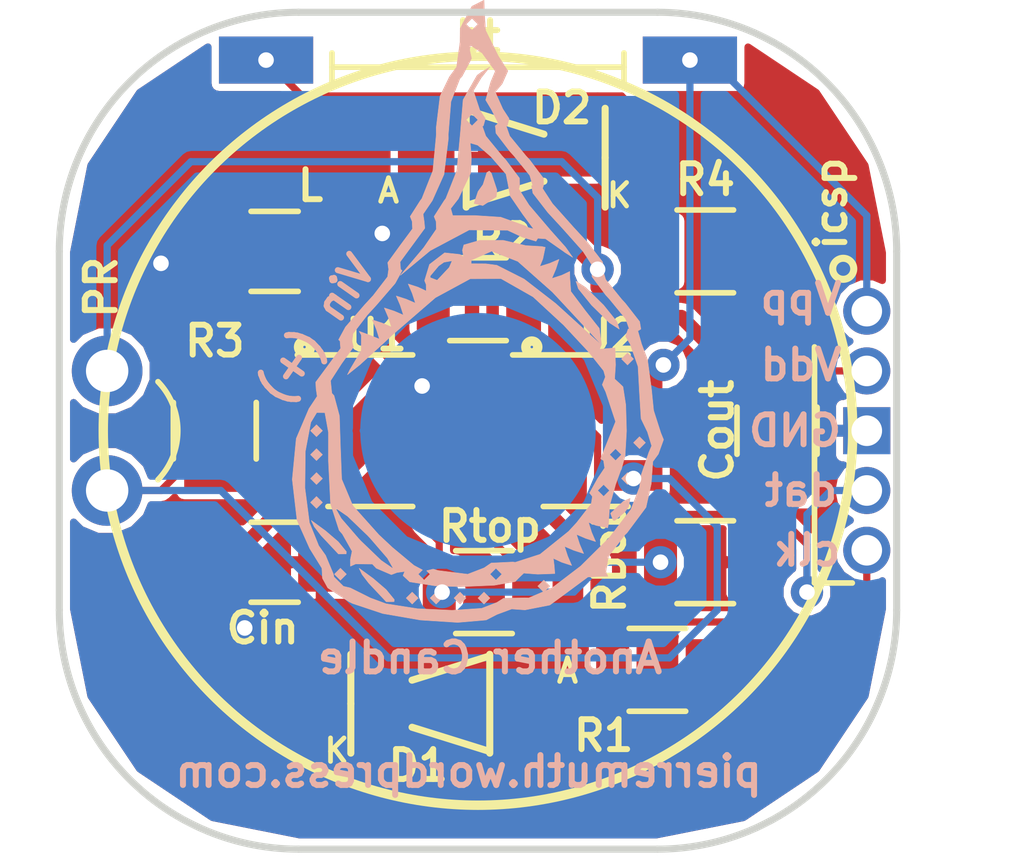
<source format=kicad_pcb>
(kicad_pcb (version 4) (host pcbnew 4.0.1-stable)

  (general
    (links 34)
    (no_connects 0)
    (area 158.943457 94.837083 198.830971 124.7778)
    (thickness 1.6)
    (drawings 20)
    (tracks 141)
    (zones 0)
    (modules 18)
    (nets 13)
  )

  (page A4)
  (layers
    (0 F.Cu signal)
    (31 B.Cu signal)
    (36 B.SilkS user)
    (37 F.SilkS user)
    (38 B.Mask user)
    (39 F.Mask user)
    (44 Edge.Cuts user)
  )

  (setup
    (last_trace_width 0.3048)
    (user_trace_width 0.3048)
    (trace_clearance 0.1524)
    (zone_clearance 0.1524)
    (zone_45_only yes)
    (trace_min 0.1524)
    (segment_width 0.2)
    (edge_width 0.15)
    (via_size 0.6858)
    (via_drill 0.3302)
    (via_min_size 0.6858)
    (via_min_drill 0.3302)
    (uvia_size 0.762)
    (uvia_drill 0.508)
    (uvias_allowed no)
    (uvia_min_size 0)
    (uvia_min_drill 0)
    (pcb_text_width 0.3)
    (pcb_text_size 1.5 1.5)
    (mod_edge_width 0.15)
    (mod_text_size 1 1)
    (mod_text_width 0.15)
    (pad_size 1.5 1.5)
    (pad_drill 0.9)
    (pad_to_mask_clearance 0.0762)
    (aux_axis_origin 176.53 104.14)
    (grid_origin 176.53 104.14)
    (visible_elements 7FFFFFFF)
    (pcbplotparams
      (layerselection 0x01030_80000001)
      (usegerberextensions false)
      (excludeedgelayer false)
      (linewidth 0.100000)
      (plotframeref false)
      (viasonmask false)
      (mode 1)
      (useauxorigin false)
      (hpglpennumber 1)
      (hpglpenspeed 20)
      (hpglpendiameter 15)
      (hpglpenoverlay 2)
      (psnegative false)
      (psa4output false)
      (plotreference false)
      (plotvalue false)
      (plotinvisibletext false)
      (padsonsilk true)
      (subtractmaskfromsilk false)
      (outputformat 4)
      (mirror false)
      (drillshape 1)
      (scaleselection 1)
      (outputdirectory ""))
  )

  (net 0 "")
  (net 1 "Net-(Cin1-Pad1)")
  (net 2 GND)
  (net 3 +3V3)
  (net 4 "Net-(D1-Pad2)")
  (net 5 "Net-(R1-Pad2)")
  (net 6 "Net-(D2-Pad2)")
  (net 7 "Net-(R2-Pad2)")
  (net 8 "Net-(PR1-Pad2)")
  (net 9 "Net-(R4-Pad2)")
  (net 10 "Net-(Rbot1-Pad1)")
  (net 11 "Net-(SW1-Pad1)")
  (net 12 "Net-(L1-Pad1)")

  (net_class Default "This is the default net class."
    (clearance 0.1524)
    (trace_width 0.1524)
    (via_dia 0.6858)
    (via_drill 0.3302)
    (uvia_dia 0.762)
    (uvia_drill 0.508)
    (add_net +3V3)
    (add_net GND)
    (add_net "Net-(Cin1-Pad1)")
    (add_net "Net-(D1-Pad2)")
    (add_net "Net-(D2-Pad2)")
    (add_net "Net-(L1-Pad1)")
    (add_net "Net-(PR1-Pad2)")
    (add_net "Net-(R1-Pad2)")
    (add_net "Net-(R2-Pad2)")
    (add_net "Net-(R4-Pad2)")
    (add_net "Net-(Rbot1-Pad1)")
    (add_net "Net-(SW1-Pad1)")
  )

  (module Pin_Headers:Pin_Header_Straight_1x05_Pitch1.27mm (layer F.Cu) (tedit 5A2E9E01) (tstamp 5A2E56F3)
    (at 184.785 101.6)
    (descr "Through hole straight pin header, 1x05, 1.27mm pitch, single row")
    (tags "Through hole pin header THT 1x05 1.27mm single row")
    (path /5A281DC0)
    (fp_text reference icsp (at -0.762 -2.286 270) (layer F.SilkS)
      (effects (font (size 0.635 0.635) (thickness 0.127)))
    )
    (fp_text value PICKIT3_ICSP (at 8.89 13.462) (layer F.Fab)
      (effects (font (size 1 1) (thickness 0.15)))
    )
    (fp_circle (center -0.5 -0.9) (end -0.6 -1.1) (layer F.SilkS) (width 0.15))
    (fp_line (start -1.11 5.775) (end -0.30753 5.775) (layer F.SilkS) (width 0.12))
    (fp_line (start -1.11 0.76) (end -1.11 5.775) (layer F.SilkS) (width 0.12))
    (fp_line (start -1.55 -1.15) (end -1.55 6.25) (layer F.CrtYd) (width 0.05))
    (fp_line (start -1.55 6.25) (end 1.55 6.25) (layer F.CrtYd) (width 0.05))
    (fp_line (start 1.55 6.25) (end 1.55 -1.15) (layer F.CrtYd) (width 0.05))
    (fp_line (start 1.55 -1.15) (end -1.55 -1.15) (layer F.CrtYd) (width 0.05))
    (fp_text user %R (at 2.5 2.5 90) (layer F.Fab)
      (effects (font (size 1 1) (thickness 0.15)))
    )
    (pad 1 thru_hole circle (at 0 0) (size 1 1) (drill 0.65) (layers *.Cu *.Mask)
      (net 11 "Net-(SW1-Pad1)"))
    (pad 2 thru_hole oval (at 0 1.27) (size 1 1) (drill 0.65) (layers *.Cu *.Mask)
      (net 3 +3V3))
    (pad 3 thru_hole rect (at 0 2.54) (size 1 1) (drill 0.65) (layers *.Cu *.Mask)
      (net 2 GND))
    (pad 4 thru_hole oval (at 0 3.81) (size 1 1) (drill 0.65) (layers *.Cu *.Mask)
      (net 7 "Net-(R2-Pad2)"))
    (pad 5 thru_hole oval (at 0 5.08) (size 1 1) (drill 0.65) (layers *.Cu *.Mask)
      (net 5 "Net-(R1-Pad2)"))
    (model ${KISYS3DMOD}/Pin_Headers.3dshapes/Pin_Header_Straight_1x05_Pitch1.27mm.wrl
      (at (xyz 0 0 0))
      (scale (xyz 1 1 1))
      (rotate (xyz 0 0 0))
    )
  )

  (module Buttons_Switches_SMD:SW_SPST_EVQPE1 (layer F.Cu) (tedit 5A2E90A3) (tstamp 5A281C0F)
    (at 176.53 96.266 180)
    (descr "Light Touch Switch, https://industrial.panasonic.com/cdbs/www-data/pdf/ATK0000/ATK0000CE7.pdf")
    (path /5A280F12)
    (attr smd)
    (fp_text reference bt (at 0 0.5 180) (layer F.SilkS)
      (effects (font (size 0.635 0.635) (thickness 0.127)))
    )
    (fp_text value SW_PUSH (at -14.224 -24.003 180) (layer F.Fab)
      (effects (font (size 1 1) (thickness 0.15)))
    )
    (fp_text user %R (at 0 -2.65 180) (layer F.Fab)
      (effects (font (size 1 1) (thickness 0.15)))
    )
    (fp_line (start 3.1 0.15) (end 3.1 -0.5) (layer F.SilkS) (width 0.12))
    (fp_line (start -3.1 -0.5) (end -3.1 0.15) (layer F.SilkS) (width 0.12))
    (fp_line (start -3.1 -0.15) (end 3.1 -0.15) (layer F.SilkS) (width 0.12))
    (pad 2 smd rect (at 4.5 0 180) (size 2 1) (layers F.Cu F.Mask)
      (net 9 "Net-(R4-Pad2)"))
    (pad 1 smd rect (at -4.5 0 180) (size 2 1) (layers F.Cu F.Mask)
      (net 11 "Net-(SW1-Pad1)"))
    (pad 1 smd rect (at -4.5 0 180) (size 2 1) (layers B.Cu B.Mask)
      (net 11 "Net-(SW1-Pad1)"))
    (pad 2 smd rect (at 4.5 0 180) (size 2 1) (layers B.Cu B.Mask)
      (net 9 "Net-(R4-Pad2)"))
    (model ${KISYS3DMOD}/Buttons_Switches_SMD.3dshapes/SW_SPST_EVQPE1.wrl
      (at (xyz 0 0 0))
      (scale (xyz 1 1 1))
      (rotate (xyz 0 0 0))
    )
  )

  (module LEDs:LED_D3.0mm_FlatTop (layer F.Cu) (tedit 5A2E90DF) (tstamp 5A2E56D8)
    (at 168.656 102.87 270)
    (descr "LED, Round, FlatTop, diameter 3.0mm, 2 pins, http://www.kingbright.com/attachments/file/psearch/000/00/00/L-47XEC(Ver.9A).pdf")
    (tags "LED Round FlatTop diameter 3.0mm 2 pins")
    (path /5A281172)
    (fp_text reference PR (at -1.778 0.127 270) (layer F.SilkS)
      (effects (font (size 0.635 0.635) (thickness 0.127)))
    )
    (fp_text value Photores (at 19.685 -18.415 360) (layer F.Fab)
      (effects (font (size 1 1) (thickness 0.15)))
    )
    (fp_arc (start 1.27 0) (end 0.229039 -1.08) (angle 87.9) (layer F.SilkS) (width 0.12))
    (fp_line (start -1.15 -2.25) (end -1.15 2.25) (layer F.CrtYd) (width 0.05))
    (fp_line (start -1.15 2.25) (end 3.7 2.25) (layer F.CrtYd) (width 0.05))
    (fp_line (start 3.7 2.25) (end 3.7 -2.25) (layer F.CrtYd) (width 0.05))
    (fp_line (start 3.7 -2.25) (end -1.15 -2.25) (layer F.CrtYd) (width 0.05))
    (pad 1 thru_hole circle (at 0 0 270) (size 1.5 1.5) (drill 0.9) (layers *.Cu *.Mask)
      (net 3 +3V3))
    (pad 2 thru_hole circle (at 2.54 0 270) (size 1.5 1.5) (drill 0.9) (layers *.Cu *.Mask)
      (net 8 "Net-(PR1-Pad2)"))
    (model ${KISYS3DMOD}/LEDs.3dshapes/LED_D3.0mm_FlatTop.wrl
      (at (xyz 0 0 0))
      (scale (xyz 0.393701 0.393701 0.393701))
      (rotate (xyz 0 0 0))
    )
  )

  (module custom2:VariousLED (layer F.Cu) (tedit 5A2E8C9B) (tstamp 5A2953FD)
    (at 176.53 107.14 180)
    (path /5A27FCD5)
    (fp_text reference D1 (at 1.27 -4.112 180) (layer F.SilkS)
      (effects (font (size 0.635 0.635) (thickness 0.127)))
    )
    (fp_text value LED (at 15.367 -12.621 180) (layer F.Fab) hide
      (effects (font (size 1 1) (thickness 0.15)))
    )
    (fp_line (start -0.2 -3.8) (end 1.4 -3.3) (layer F.SilkS) (width 0.15))
    (fp_line (start 1.4 -2.3) (end -0.2 -1.8) (layer F.SilkS) (width 0.15))
    (fp_line (start -0.25 -3.85) (end -0.25 -1.75) (layer F.SilkS) (width 0.15))
    (fp_text user K (at 3 -3.8 180) (layer F.SilkS)
      (effects (font (size 0.5 0.5) (thickness 0.1)))
    )
    (fp_text user A (at -1.9 -2.1 180) (layer F.SilkS)
      (effects (font (size 0.5 0.5) (thickness 0.1)))
    )
    (fp_line (start 2.7 -1.75) (end 2.7 -2.8) (layer F.SilkS) (width 0.15))
    (fp_line (start 2.7 -2.8) (end 2.7 -3.85) (layer F.SilkS) (width 0.15))
    (pad 2 smd rect (at -1.1 -2.8 180) (size 1.2 0.8) (layers F.Cu F.Mask)
      (net 4 "Net-(D1-Pad2)"))
    (pad 1 smd rect (at 1.25 -2.8 180) (size 2.5 0.8) (layers F.Cu F.Mask)
      (net 2 GND))
  )

  (module custom2:VariousLED (layer F.Cu) (tedit 5A2E90B2) (tstamp 5A29540A)
    (at 176.53 101.14)
    (path /5A27FD2A)
    (fp_text reference D2 (at 1.778 -3.858) (layer F.SilkS)
      (effects (font (size 0.635 0.635) (thickness 0.127)))
    )
    (fp_text value LED (at -16.002 16.335) (layer F.Fab) hide
      (effects (font (size 1 1) (thickness 0.15)))
    )
    (fp_line (start -0.2 -3.8) (end 1.4 -3.3) (layer F.SilkS) (width 0.15))
    (fp_line (start 1.4 -2.3) (end -0.2 -1.8) (layer F.SilkS) (width 0.15))
    (fp_line (start -0.25 -3.85) (end -0.25 -1.75) (layer F.SilkS) (width 0.15))
    (fp_text user K (at 3 -2) (layer F.SilkS)
      (effects (font (size 0.5 0.5) (thickness 0.1)))
    )
    (fp_text user A (at -1.9 -2.1) (layer F.SilkS)
      (effects (font (size 0.5 0.5) (thickness 0.1)))
    )
    (fp_line (start 2.7 -1.75) (end 2.7 -2.8) (layer F.SilkS) (width 0.15))
    (fp_line (start 2.7 -2.8) (end 2.7 -3.85) (layer F.SilkS) (width 0.15))
    (pad 2 smd rect (at -1.1 -2.8) (size 1.2 0.8) (layers F.Cu F.Mask)
      (net 6 "Net-(D2-Pad2)"))
    (pad 1 smd rect (at 1.25 -2.8) (size 2.5 0.8) (layers F.Cu F.Mask)
      (net 2 GND))
  )

  (module Pin_Headers:Pin_Header_Straight_1x01_Pitch2.54mm (layer F.Cu) (tedit 5A2EA7D3) (tstamp 5A2E5A12)
    (at 176.53 104.14)
    (descr "Through hole straight pin header, 1x01, 2.54mm pitch, single row")
    (tags "Through hole pin header THT 1x01 2.54mm single row")
    (path /5A2E584D)
    (fp_text reference "Vin +" (at 4.699 0.254 90) (layer B.SilkS) hide
      (effects (font (size 0.635 0.635) (thickness 0.127)) (justify mirror))
    )
    (fp_text value Batt (at -9.906 16.764) (layer F.Fab)
      (effects (font (size 1 1) (thickness 0.15)))
    )
    (pad 1 smd circle (at 0 0) (size 5 5) (layers B.Cu B.Mask)
      (net 1 "Net-(Cin1-Pad1)"))
    (model ${KISYS3DMOD}/Pin_Headers.3dshapes/Pin_Header_Straight_1x01_Pitch2.54mm.wrl
      (at (xyz 0 0 0))
      (scale (xyz 1 1 1))
      (rotate (xyz 0 0 0))
    )
  )

  (module Capacitors_SMD:C_0805 (layer F.Cu) (tedit 5A2EAA99) (tstamp 5A281B7F)
    (at 172.212 106.934)
    (descr "Capacitor SMD 0805, reflow soldering, AVX (see smccp.pdf)")
    (tags "capacitor 0805")
    (path /5A27FAE1)
    (attr smd)
    (fp_text reference Cin (at -0.254 1.397) (layer F.SilkS)
      (effects (font (size 0.635 0.635) (thickness 0.127)))
    )
    (fp_text value 4.7u (at -1.778 11.303) (layer F.Fab)
      (effects (font (size 1 1) (thickness 0.15)))
    )
    (fp_text user %R (at 0 -1.5) (layer F.Fab)
      (effects (font (size 1 1) (thickness 0.15)))
    )
    (fp_line (start -1 0.62) (end -1 -0.62) (layer F.Fab) (width 0.1))
    (fp_line (start 1 0.62) (end -1 0.62) (layer F.Fab) (width 0.1))
    (fp_line (start 1 -0.62) (end 1 0.62) (layer F.Fab) (width 0.1))
    (fp_line (start -1 -0.62) (end 1 -0.62) (layer F.Fab) (width 0.1))
    (fp_line (start 0.5 -0.85) (end -0.5 -0.85) (layer F.SilkS) (width 0.12))
    (fp_line (start -0.5 0.85) (end 0.5 0.85) (layer F.SilkS) (width 0.12))
    (fp_line (start -1.75 -0.88) (end 1.75 -0.88) (layer F.CrtYd) (width 0.05))
    (fp_line (start -1.75 -0.88) (end -1.75 0.87) (layer F.CrtYd) (width 0.05))
    (fp_line (start 1.75 0.87) (end 1.75 -0.88) (layer F.CrtYd) (width 0.05))
    (fp_line (start 1.75 0.87) (end -1.75 0.87) (layer F.CrtYd) (width 0.05))
    (pad 1 smd rect (at -1 0) (size 1 1.25) (layers F.Cu F.Mask)
      (net 1 "Net-(Cin1-Pad1)"))
    (pad 2 smd rect (at 1 0) (size 1 1.25) (layers F.Cu F.Mask)
      (net 2 GND))
    (model Capacitors_SMD.3dshapes/C_0805.wrl
      (at (xyz 0 0 0))
      (scale (xyz 1 1 1))
      (rotate (xyz 0 0 0))
    )
  )

  (module Capacitors_SMD:C_0805 (layer F.Cu) (tedit 5A2E8C84) (tstamp 5A281B90)
    (at 182.88 104.14 270)
    (descr "Capacitor SMD 0805, reflow soldering, AVX (see smccp.pdf)")
    (tags "capacitor 0805")
    (path /5A27FB4E)
    (attr smd)
    (fp_text reference Cout (at 0 1.27 270) (layer F.SilkS)
      (effects (font (size 0.635 0.635) (thickness 0.127)))
    )
    (fp_text value 10u (at 12.827 -10.668 360) (layer F.Fab)
      (effects (font (size 1 1) (thickness 0.15)))
    )
    (fp_text user %R (at 0 -1.5 270) (layer F.Fab)
      (effects (font (size 1 1) (thickness 0.15)))
    )
    (fp_line (start -1 0.62) (end -1 -0.62) (layer F.Fab) (width 0.1))
    (fp_line (start 1 0.62) (end -1 0.62) (layer F.Fab) (width 0.1))
    (fp_line (start 1 -0.62) (end 1 0.62) (layer F.Fab) (width 0.1))
    (fp_line (start -1 -0.62) (end 1 -0.62) (layer F.Fab) (width 0.1))
    (fp_line (start 0.5 -0.85) (end -0.5 -0.85) (layer F.SilkS) (width 0.12))
    (fp_line (start -0.5 0.85) (end 0.5 0.85) (layer F.SilkS) (width 0.12))
    (fp_line (start -1.75 -0.88) (end 1.75 -0.88) (layer F.CrtYd) (width 0.05))
    (fp_line (start -1.75 -0.88) (end -1.75 0.87) (layer F.CrtYd) (width 0.05))
    (fp_line (start 1.75 0.87) (end 1.75 -0.88) (layer F.CrtYd) (width 0.05))
    (fp_line (start 1.75 0.87) (end -1.75 0.87) (layer F.CrtYd) (width 0.05))
    (pad 1 smd rect (at -1 0 270) (size 1 1.25) (layers F.Cu F.Mask)
      (net 3 +3V3))
    (pad 2 smd rect (at 1 0 270) (size 1 1.25) (layers F.Cu F.Mask)
      (net 2 GND))
    (model Capacitors_SMD.3dshapes/C_0805.wrl
      (at (xyz 0 0 0))
      (scale (xyz 1 1 1))
      (rotate (xyz 0 0 0))
    )
  )

  (module Resistors_SMD:R_0805 (layer F.Cu) (tedit 5A2EA9C3) (tstamp 5A281BA1)
    (at 180.34 109.22 180)
    (descr "Resistor SMD 0805, reflow soldering, Vishay (see dcrcw.pdf)")
    (tags "resistor 0805")
    (path /5A27FC23)
    (attr smd)
    (fp_text reference R1 (at 1.143 -1.397 180) (layer F.SilkS)
      (effects (font (size 0.635 0.635) (thickness 0.127)))
    )
    (fp_text value R (at 0.889 -8.763 180) (layer F.Fab)
      (effects (font (size 1 1) (thickness 0.15)))
    )
    (fp_text user %R (at 0 0 180) (layer F.Fab)
      (effects (font (size 0.5 0.5) (thickness 0.075)))
    )
    (fp_line (start -1 0.62) (end -1 -0.62) (layer F.Fab) (width 0.1))
    (fp_line (start 1 0.62) (end -1 0.62) (layer F.Fab) (width 0.1))
    (fp_line (start 1 -0.62) (end 1 0.62) (layer F.Fab) (width 0.1))
    (fp_line (start -1 -0.62) (end 1 -0.62) (layer F.Fab) (width 0.1))
    (fp_line (start 0.6 0.88) (end -0.6 0.88) (layer F.SilkS) (width 0.12))
    (fp_line (start -0.6 -0.88) (end 0.6 -0.88) (layer F.SilkS) (width 0.12))
    (fp_line (start -1.55 -0.9) (end 1.55 -0.9) (layer F.CrtYd) (width 0.05))
    (fp_line (start -1.55 -0.9) (end -1.55 0.9) (layer F.CrtYd) (width 0.05))
    (fp_line (start 1.55 0.9) (end 1.55 -0.9) (layer F.CrtYd) (width 0.05))
    (fp_line (start 1.55 0.9) (end -1.55 0.9) (layer F.CrtYd) (width 0.05))
    (pad 1 smd rect (at -0.95 0 180) (size 0.7 1.3) (layers F.Cu F.Mask)
      (net 4 "Net-(D1-Pad2)"))
    (pad 2 smd rect (at 0.95 0 180) (size 0.7 1.3) (layers F.Cu F.Mask)
      (net 5 "Net-(R1-Pad2)"))
    (model ${KISYS3DMOD}/Resistors_SMD.3dshapes/R_0805.wrl
      (at (xyz 0 0 0))
      (scale (xyz 1 1 1))
      (rotate (xyz 0 0 0))
    )
  )

  (module Resistors_SMD:R_0805 (layer F.Cu) (tedit 5A2E8CB3) (tstamp 5A281BB2)
    (at 176.53 101.346)
    (descr "Resistor SMD 0805, reflow soldering, Vishay (see dcrcw.pdf)")
    (tags "resistor 0805")
    (path /5A27FC9A)
    (attr smd)
    (fp_text reference R2 (at 0.508 -1.27) (layer F.SilkS)
      (effects (font (size 0.635 0.635) (thickness 0.127)))
    )
    (fp_text value R (at 8.001 16.764) (layer F.Fab)
      (effects (font (size 1 1) (thickness 0.15)))
    )
    (fp_text user %R (at 0 0) (layer F.Fab)
      (effects (font (size 0.5 0.5) (thickness 0.075)))
    )
    (fp_line (start -1 0.62) (end -1 -0.62) (layer F.Fab) (width 0.1))
    (fp_line (start 1 0.62) (end -1 0.62) (layer F.Fab) (width 0.1))
    (fp_line (start 1 -0.62) (end 1 0.62) (layer F.Fab) (width 0.1))
    (fp_line (start -1 -0.62) (end 1 -0.62) (layer F.Fab) (width 0.1))
    (fp_line (start 0.6 0.88) (end -0.6 0.88) (layer F.SilkS) (width 0.12))
    (fp_line (start -0.6 -0.88) (end 0.6 -0.88) (layer F.SilkS) (width 0.12))
    (fp_line (start -1.55 -0.9) (end 1.55 -0.9) (layer F.CrtYd) (width 0.05))
    (fp_line (start -1.55 -0.9) (end -1.55 0.9) (layer F.CrtYd) (width 0.05))
    (fp_line (start 1.55 0.9) (end 1.55 -0.9) (layer F.CrtYd) (width 0.05))
    (fp_line (start 1.55 0.9) (end -1.55 0.9) (layer F.CrtYd) (width 0.05))
    (pad 1 smd rect (at -0.95 0) (size 0.7 1.3) (layers F.Cu F.Mask)
      (net 6 "Net-(D2-Pad2)"))
    (pad 2 smd rect (at 0.95 0) (size 0.7 1.3) (layers F.Cu F.Mask)
      (net 7 "Net-(R2-Pad2)"))
    (model ${KISYS3DMOD}/Resistors_SMD.3dshapes/R_0805.wrl
      (at (xyz 0 0 0))
      (scale (xyz 1 1 1))
      (rotate (xyz 0 0 0))
    )
  )

  (module Resistors_SMD:R_0805 (layer F.Cu) (tedit 5A2E90F2) (tstamp 5A281BC3)
    (at 170.942 104.14 90)
    (descr "Resistor SMD 0805, reflow soldering, Vishay (see dcrcw.pdf)")
    (tags "resistor 0805")
    (path /5A2810EF)
    (attr smd)
    (fp_text reference R3 (at 1.905 0 180) (layer F.SilkS)
      (effects (font (size 0.635 0.635) (thickness 0.127)))
    )
    (fp_text value 10K (at -14.478 22.606 180) (layer F.Fab)
      (effects (font (size 1 1) (thickness 0.15)))
    )
    (fp_text user %R (at 0 0 90) (layer F.Fab)
      (effects (font (size 0.5 0.5) (thickness 0.075)))
    )
    (fp_line (start -1 0.62) (end -1 -0.62) (layer F.Fab) (width 0.1))
    (fp_line (start 1 0.62) (end -1 0.62) (layer F.Fab) (width 0.1))
    (fp_line (start 1 -0.62) (end 1 0.62) (layer F.Fab) (width 0.1))
    (fp_line (start -1 -0.62) (end 1 -0.62) (layer F.Fab) (width 0.1))
    (fp_line (start 0.6 0.88) (end -0.6 0.88) (layer F.SilkS) (width 0.12))
    (fp_line (start -0.6 -0.88) (end 0.6 -0.88) (layer F.SilkS) (width 0.12))
    (fp_line (start -1.55 -0.9) (end 1.55 -0.9) (layer F.CrtYd) (width 0.05))
    (fp_line (start -1.55 -0.9) (end -1.55 0.9) (layer F.CrtYd) (width 0.05))
    (fp_line (start 1.55 0.9) (end 1.55 -0.9) (layer F.CrtYd) (width 0.05))
    (fp_line (start 1.55 0.9) (end -1.55 0.9) (layer F.CrtYd) (width 0.05))
    (pad 1 smd rect (at -0.95 0 90) (size 0.7 1.3) (layers F.Cu F.Mask)
      (net 8 "Net-(PR1-Pad2)"))
    (pad 2 smd rect (at 0.95 0 90) (size 0.7 1.3) (layers F.Cu F.Mask)
      (net 2 GND))
    (model ${KISYS3DMOD}/Resistors_SMD.3dshapes/R_0805.wrl
      (at (xyz 0 0 0))
      (scale (xyz 1 1 1))
      (rotate (xyz 0 0 0))
    )
  )

  (module Resistors_SMD:R_0805 (layer F.Cu) (tedit 5A2E8C8D) (tstamp 5A281BD4)
    (at 181.356 100.33 180)
    (descr "Resistor SMD 0805, reflow soldering, Vishay (see dcrcw.pdf)")
    (tags "resistor 0805")
    (path /5A280E0B)
    (attr smd)
    (fp_text reference R4 (at 0 1.524 180) (layer F.SilkS)
      (effects (font (size 0.635 0.635) (thickness 0.127)))
    )
    (fp_text value 10K (at -12.446 -21.717 180) (layer F.Fab)
      (effects (font (size 1 1) (thickness 0.15)))
    )
    (fp_text user %R (at 0 0 180) (layer F.Fab)
      (effects (font (size 0.5 0.5) (thickness 0.075)))
    )
    (fp_line (start -1 0.62) (end -1 -0.62) (layer F.Fab) (width 0.1))
    (fp_line (start 1 0.62) (end -1 0.62) (layer F.Fab) (width 0.1))
    (fp_line (start 1 -0.62) (end 1 0.62) (layer F.Fab) (width 0.1))
    (fp_line (start -1 -0.62) (end 1 -0.62) (layer F.Fab) (width 0.1))
    (fp_line (start 0.6 0.88) (end -0.6 0.88) (layer F.SilkS) (width 0.12))
    (fp_line (start -0.6 -0.88) (end 0.6 -0.88) (layer F.SilkS) (width 0.12))
    (fp_line (start -1.55 -0.9) (end 1.55 -0.9) (layer F.CrtYd) (width 0.05))
    (fp_line (start -1.55 -0.9) (end -1.55 0.9) (layer F.CrtYd) (width 0.05))
    (fp_line (start 1.55 0.9) (end 1.55 -0.9) (layer F.CrtYd) (width 0.05))
    (fp_line (start 1.55 0.9) (end -1.55 0.9) (layer F.CrtYd) (width 0.05))
    (pad 1 smd rect (at -0.95 0 180) (size 0.7 1.3) (layers F.Cu F.Mask)
      (net 3 +3V3))
    (pad 2 smd rect (at 0.95 0 180) (size 0.7 1.3) (layers F.Cu F.Mask)
      (net 9 "Net-(R4-Pad2)"))
    (model ${KISYS3DMOD}/Resistors_SMD.3dshapes/R_0805.wrl
      (at (xyz 0 0 0))
      (scale (xyz 1 1 1))
      (rotate (xyz 0 0 0))
    )
  )

  (module Resistors_SMD:R_0805 (layer F.Cu) (tedit 5A2E8346) (tstamp 5A281BE5)
    (at 181.356 106.934)
    (descr "Resistor SMD 0805, reflow soldering, Vishay (see dcrcw.pdf)")
    (tags "resistor 0805")
    (path /5A27FBE2)
    (attr smd)
    (fp_text reference Rbot (at -2.032 0 90) (layer F.SilkS)
      (effects (font (size 0.635 0.635) (thickness 0.127)))
    )
    (fp_text value 309K (at -7.366 11.43) (layer F.Fab)
      (effects (font (size 1 1) (thickness 0.15)))
    )
    (fp_text user %R (at 0 0) (layer F.Fab)
      (effects (font (size 0.5 0.5) (thickness 0.075)))
    )
    (fp_line (start -1 0.62) (end -1 -0.62) (layer F.Fab) (width 0.1))
    (fp_line (start 1 0.62) (end -1 0.62) (layer F.Fab) (width 0.1))
    (fp_line (start 1 -0.62) (end 1 0.62) (layer F.Fab) (width 0.1))
    (fp_line (start -1 -0.62) (end 1 -0.62) (layer F.Fab) (width 0.1))
    (fp_line (start 0.6 0.88) (end -0.6 0.88) (layer F.SilkS) (width 0.12))
    (fp_line (start -0.6 -0.88) (end 0.6 -0.88) (layer F.SilkS) (width 0.12))
    (fp_line (start -1.55 -0.9) (end 1.55 -0.9) (layer F.CrtYd) (width 0.05))
    (fp_line (start -1.55 -0.9) (end -1.55 0.9) (layer F.CrtYd) (width 0.05))
    (fp_line (start 1.55 0.9) (end 1.55 -0.9) (layer F.CrtYd) (width 0.05))
    (fp_line (start 1.55 0.9) (end -1.55 0.9) (layer F.CrtYd) (width 0.05))
    (pad 1 smd rect (at -0.95 0) (size 0.7 1.3) (layers F.Cu F.Mask)
      (net 10 "Net-(Rbot1-Pad1)"))
    (pad 2 smd rect (at 0.95 0) (size 0.7 1.3) (layers F.Cu F.Mask)
      (net 2 GND))
    (model ${KISYS3DMOD}/Resistors_SMD.3dshapes/R_0805.wrl
      (at (xyz 0 0 0))
      (scale (xyz 1 1 1))
      (rotate (xyz 0 0 0))
    )
  )

  (module Resistors_SMD:R_0805 (layer F.Cu) (tedit 5A2EADA8) (tstamp 5A281BF6)
    (at 176.657 107.569 180)
    (descr "Resistor SMD 0805, reflow soldering, Vishay (see dcrcw.pdf)")
    (tags "resistor 0805")
    (path /5A27FBAB)
    (attr smd)
    (fp_text reference Rtop (at -0.127 1.397 360) (layer F.SilkS)
      (effects (font (size 0.635 0.635) (thickness 0.127)))
    )
    (fp_text value 536K (at 2.794 -8.509 180) (layer F.Fab)
      (effects (font (size 1 1) (thickness 0.15)))
    )
    (fp_text user %R (at 0 0 180) (layer F.Fab)
      (effects (font (size 0.5 0.5) (thickness 0.075)))
    )
    (fp_line (start -1 0.62) (end -1 -0.62) (layer F.Fab) (width 0.1))
    (fp_line (start 1 0.62) (end -1 0.62) (layer F.Fab) (width 0.1))
    (fp_line (start 1 -0.62) (end 1 0.62) (layer F.Fab) (width 0.1))
    (fp_line (start -1 -0.62) (end 1 -0.62) (layer F.Fab) (width 0.1))
    (fp_line (start 0.6 0.88) (end -0.6 0.88) (layer F.SilkS) (width 0.12))
    (fp_line (start -0.6 -0.88) (end 0.6 -0.88) (layer F.SilkS) (width 0.12))
    (fp_line (start -1.55 -0.9) (end 1.55 -0.9) (layer F.CrtYd) (width 0.05))
    (fp_line (start -1.55 -0.9) (end -1.55 0.9) (layer F.CrtYd) (width 0.05))
    (fp_line (start 1.55 0.9) (end 1.55 -0.9) (layer F.CrtYd) (width 0.05))
    (fp_line (start 1.55 0.9) (end -1.55 0.9) (layer F.CrtYd) (width 0.05))
    (pad 1 smd rect (at -0.95 0 180) (size 0.7 1.3) (layers F.Cu F.Mask)
      (net 3 +3V3))
    (pad 2 smd rect (at 0.95 0 180) (size 0.7 1.3) (layers F.Cu F.Mask)
      (net 10 "Net-(Rbot1-Pad1)"))
    (model ${KISYS3DMOD}/Resistors_SMD.3dshapes/R_0805.wrl
      (at (xyz 0 0 0))
      (scale (xyz 1 1 1))
      (rotate (xyz 0 0 0))
    )
  )

  (module TO_SOT_Packages_SMD:SOT-23-6 (layer F.Cu) (tedit 5A2E905B) (tstamp 5A281C25)
    (at 174.244 104.14)
    (descr "6-pin SOT-23 package")
    (tags SOT-23-6)
    (path /5A27FE43)
    (attr smd)
    (fp_text reference U1 (at 0.127 -2.032) (layer F.SilkS)
      (effects (font (size 0.635 0.635) (thickness 0.127)))
    )
    (fp_text value MCP1623/24 (at 0.8509 19.7104) (layer F.Fab)
      (effects (font (size 1 1) (thickness 0.15)))
    )
    (fp_text user %R (at 0 0 90) (layer F.Fab)
      (effects (font (size 0.5 0.5) (thickness 0.075)))
    )
    (fp_line (start -0.9 1.61) (end 0.9 1.61) (layer F.SilkS) (width 0.12))
    (fp_line (start 0.9 -1.61) (end -1.55 -1.61) (layer F.SilkS) (width 0.12))
    (fp_line (start 1.9 -1.8) (end -1.9 -1.8) (layer F.CrtYd) (width 0.05))
    (fp_line (start 1.9 1.8) (end 1.9 -1.8) (layer F.CrtYd) (width 0.05))
    (fp_line (start -1.9 1.8) (end 1.9 1.8) (layer F.CrtYd) (width 0.05))
    (fp_line (start -1.9 -1.8) (end -1.9 1.8) (layer F.CrtYd) (width 0.05))
    (fp_line (start -0.9 -0.9) (end -0.25 -1.55) (layer F.Fab) (width 0.1))
    (fp_line (start 0.9 -1.55) (end -0.25 -1.55) (layer F.Fab) (width 0.1))
    (fp_line (start -0.9 -0.9) (end -0.9 1.55) (layer F.Fab) (width 0.1))
    (fp_line (start 0.9 1.55) (end -0.9 1.55) (layer F.Fab) (width 0.1))
    (fp_line (start 0.9 -1.55) (end 0.9 1.55) (layer F.Fab) (width 0.1))
    (pad 1 smd rect (at -1.1 -0.95) (size 1.06 0.65) (layers F.Cu F.Mask)
      (net 12 "Net-(L1-Pad1)"))
    (pad 2 smd rect (at -1.1 0) (size 1.06 0.65) (layers F.Cu F.Mask)
      (net 2 GND))
    (pad 3 smd rect (at -1.1 0.95) (size 1.06 0.65) (layers F.Cu F.Mask)
      (net 1 "Net-(Cin1-Pad1)"))
    (pad 4 smd rect (at 1.1 0.95) (size 1.06 0.65) (layers F.Cu F.Mask)
      (net 10 "Net-(Rbot1-Pad1)"))
    (pad 6 smd rect (at 1.1 -0.95) (size 1.06 0.65) (layers F.Cu F.Mask)
      (net 1 "Net-(Cin1-Pad1)"))
    (pad 5 smd rect (at 1.1 0) (size 1.06 0.65) (layers F.Cu F.Mask)
      (net 3 +3V3))
    (model ${KISYS3DMOD}/TO_SOT_Packages_SMD.3dshapes/SOT-23-6.wrl
      (at (xyz 0 0 0))
      (scale (xyz 1 1 1))
      (rotate (xyz 0 0 0))
    )
  )

  (module TO_SOT_Packages_SMD:SOT-23-6 (layer F.Cu) (tedit 5A2E8335) (tstamp 5A281C3B)
    (at 178.816 104.14)
    (descr "6-pin SOT-23 package")
    (tags SOT-23-6)
    (path /5A27FE7A)
    (attr smd)
    (fp_text reference U2 (at 0.508 -2.032) (layer F.SilkS)
      (effects (font (size 0.635 0.635) (thickness 0.127)))
    )
    (fp_text value PIC10F320/322 (at -2.54 16.764) (layer F.Fab)
      (effects (font (size 1 1) (thickness 0.15)))
    )
    (fp_text user %R (at 0 0 90) (layer F.Fab)
      (effects (font (size 0.5 0.5) (thickness 0.075)))
    )
    (fp_line (start -0.9 1.61) (end 0.9 1.61) (layer F.SilkS) (width 0.12))
    (fp_line (start 0.9 -1.61) (end -1.55 -1.61) (layer F.SilkS) (width 0.12))
    (fp_line (start 1.9 -1.8) (end -1.9 -1.8) (layer F.CrtYd) (width 0.05))
    (fp_line (start 1.9 1.8) (end 1.9 -1.8) (layer F.CrtYd) (width 0.05))
    (fp_line (start -1.9 1.8) (end 1.9 1.8) (layer F.CrtYd) (width 0.05))
    (fp_line (start -1.9 -1.8) (end -1.9 1.8) (layer F.CrtYd) (width 0.05))
    (fp_line (start -0.9 -0.9) (end -0.25 -1.55) (layer F.Fab) (width 0.1))
    (fp_line (start 0.9 -1.55) (end -0.25 -1.55) (layer F.Fab) (width 0.1))
    (fp_line (start -0.9 -0.9) (end -0.9 1.55) (layer F.Fab) (width 0.1))
    (fp_line (start 0.9 1.55) (end -0.9 1.55) (layer F.Fab) (width 0.1))
    (fp_line (start 0.9 -1.55) (end 0.9 1.55) (layer F.Fab) (width 0.1))
    (pad 1 smd rect (at -1.1 -0.95) (size 1.06 0.65) (layers F.Cu F.Mask)
      (net 7 "Net-(R2-Pad2)"))
    (pad 2 smd rect (at -1.1 0) (size 1.06 0.65) (layers F.Cu F.Mask)
      (net 2 GND))
    (pad 3 smd rect (at -1.1 0.95) (size 1.06 0.65) (layers F.Cu F.Mask)
      (net 5 "Net-(R1-Pad2)"))
    (pad 4 smd rect (at 1.1 0.95) (size 1.06 0.65) (layers F.Cu F.Mask)
      (net 8 "Net-(PR1-Pad2)"))
    (pad 6 smd rect (at 1.1 -0.95) (size 1.06 0.65) (layers F.Cu F.Mask)
      (net 11 "Net-(SW1-Pad1)"))
    (pad 5 smd rect (at 1.1 0) (size 1.06 0.65) (layers F.Cu F.Mask)
      (net 3 +3V3))
    (model ${KISYS3DMOD}/TO_SOT_Packages_SMD.3dshapes/SOT-23-6.wrl
      (at (xyz 0 0 0))
      (scale (xyz 1 1 1))
      (rotate (xyz 0 0 0))
    )
  )

  (module Capacitors_SMD:C_0805 (layer F.Cu) (tedit 5A2E9080) (tstamp 5A2E56AF)
    (at 172.212 100.33)
    (descr "Capacitor SMD 0805, reflow soldering, AVX (see smccp.pdf)")
    (tags "capacitor 0805")
    (path /5A27FA63)
    (attr smd)
    (fp_text reference L (at 0.762 -1.397) (layer F.SilkS)
      (effects (font (size 0.635 0.635) (thickness 0.127)))
    )
    (fp_text value 4.7u (at 16.764 18.161 180) (layer F.Fab)
      (effects (font (size 1 1) (thickness 0.15)))
    )
    (fp_text user %R (at 0 -1.5) (layer F.Fab)
      (effects (font (size 1 1) (thickness 0.15)))
    )
    (fp_line (start -1 0.62) (end -1 -0.62) (layer F.Fab) (width 0.1))
    (fp_line (start 1 0.62) (end -1 0.62) (layer F.Fab) (width 0.1))
    (fp_line (start 1 -0.62) (end 1 0.62) (layer F.Fab) (width 0.1))
    (fp_line (start -1 -0.62) (end 1 -0.62) (layer F.Fab) (width 0.1))
    (fp_line (start 0.5 -0.85) (end -0.5 -0.85) (layer F.SilkS) (width 0.12))
    (fp_line (start -0.5 0.85) (end 0.5 0.85) (layer F.SilkS) (width 0.12))
    (fp_line (start -1.75 -0.88) (end 1.75 -0.88) (layer F.CrtYd) (width 0.05))
    (fp_line (start -1.75 -0.88) (end -1.75 0.87) (layer F.CrtYd) (width 0.05))
    (fp_line (start 1.75 0.87) (end 1.75 -0.88) (layer F.CrtYd) (width 0.05))
    (fp_line (start 1.75 0.87) (end -1.75 0.87) (layer F.CrtYd) (width 0.05))
    (pad 1 smd rect (at -1 0) (size 1 1.25) (layers F.Cu F.Mask)
      (net 12 "Net-(L1-Pad1)"))
    (pad 2 smd rect (at 1 0) (size 1 1.25) (layers F.Cu F.Mask)
      (net 1 "Net-(Cin1-Pad1)"))
    (model Capacitors_SMD.3dshapes/C_0805.wrl
      (at (xyz 0 0 0))
      (scale (xyz 1 1 1))
      (rotate (xyz 0 0 0))
    )
  )

  (module custom2:LOGO (layer B.Cu) (tedit 5A2EA503) (tstamp 5A2EA4A5)
    (at 176.276 103.505 180)
    (fp_text reference logo (at 10.287 -14.732 180) (layer B.SilkS) hide
      (effects (font (size 0.635 0.635) (thickness 0.127)) (justify mirror))
    )
    (fp_text value LOGO (at 10.668 -13.843 180) (layer B.SilkS) hide
      (effects (font (size 0.635 0.635) (thickness 0.127)) (justify mirror))
    )
    (fp_poly (pts (xy -0.127998 8.382823) (xy -0.124345 8.379796) (xy 0.123617 7.91234) (xy 0.127 7.620001)
      (xy 0.199299 7.092268) (xy 0.352826 6.881383) (xy 0.551252 6.471795) (xy 0.633022 5.800315)
      (xy 0.63064 5.658503) (xy 0.703421 4.888013) (xy 0.937701 4.295799) (xy 0.969919 4.2545)
      (xy 1.18567 3.915889) (xy 1.143 3.81) (xy 1.136255 3.653864) (xy 1.397 3.302)
      (xy 1.661969 2.93669) (xy 1.642845 2.794) (xy 1.664567 2.635382) (xy 1.97124 2.236169)
      (xy 2.159 2.032) (xy 2.559028 1.567989) (xy 2.705681 1.297954) (xy 2.675154 1.27)
      (xy 2.662413 1.114121) (xy 2.921 0.762) (xy 3.191258 0.396191) (xy 3.183265 0.254)
      (xy 3.160376 0.095938) (xy 3.334399 -0.166038) (xy 3.604776 -0.800828) (xy 3.68902 -1.669363)
      (xy 3.588438 -2.533233) (xy 3.318105 -3.138166) (xy 3.059893 -3.55563) (xy 3.048 -3.769744)
      (xy 2.93524 -3.974228) (xy 2.491935 -4.263443) (xy 2.413 -4.303314) (xy 1.768782 -4.518259)
      (xy 0.965648 -4.657512) (xy 0.176212 -4.707875) (xy -0.426908 -4.65615) (xy -0.65603 -4.537973)
      (xy -0.9686 -4.422232) (xy -1.253057 -4.441736) (xy -1.779296 -4.338535) (xy -2.170662 -4.051113)
      (xy -2.58643 -3.743474) (xy -2.867192 -3.728234) (xy -3.011004 -3.727599) (xy -2.968074 -3.632166)
      (xy -3.024305 -3.302989) (xy -3.374217 -2.846499) (xy -3.417259 -2.80503) (xy -3.821391 -2.26253)
      (xy -3.933318 -1.758896) (xy -3.933043 -1.75745) (xy -3.966436 -1.290226) (xy -4.083756 -1.13079)
      (xy -4.14665 -0.955622) (xy -3.941916 -0.955622) (xy -3.881533 -1.09705) (xy -3.70791 -1.609884)
      (xy -3.68689 -1.82926) (xy -3.501502 -2.307149) (xy -3.040512 -2.910059) (xy -2.436621 -3.509974)
      (xy -1.822529 -3.978876) (xy -1.330936 -4.188751) (xy -1.243939 -4.185981) (xy -0.795653 -4.196053)
      (xy -0.65603 -4.283973) (xy -0.333991 -4.408864) (xy 0.294569 -4.450611) (xy 1.036214 -4.416106)
      (xy 1.697508 -4.31224) (xy 2.032 -4.188213) (xy 2.4583 -3.97516) (xy 2.6035 -3.940889)
      (xy 2.80597 -3.739763) (xy 2.815599 -3.683) (xy 2.982894 -3.282761) (xy 3.127771 -3.078881)
      (xy 3.325023 -2.589243) (xy 3.420863 -1.852338) (xy 3.412248 -1.073536) (xy 3.296133 -0.458208)
      (xy 3.169717 -0.249615) (xy 2.996362 -0.252163) (xy 2.920964 -0.669044) (xy 2.921341 -1.281295)
      (xy 2.876195 -2.187702) (xy 2.693553 -2.75205) (xy 2.625688 -2.828285) (xy 2.418736 -3.19583)
      (xy 2.455041 -3.370025) (xy 2.45393 -3.513913) (xy 2.342796 -3.464101) (xy 1.988239 -3.468599)
      (xy 1.905 -3.556) (xy 1.585242 -3.693047) (xy 1.467203 -3.647898) (xy 1.301228 -3.624841)
      (xy 1.337067 -3.713027) (xy 1.19465 -3.845672) (xy 0.658217 -3.930024) (xy 0.127 -3.948545)
      (xy -0.600458 -3.918116) (xy -1.044372 -3.839707) (xy -1.115529 -3.76555) (xy -1.202356 -3.683)
      (xy -0.762 -3.683) (xy -0.635 -3.81) (xy -0.508 -3.683) (xy -0.635 -3.556)
      (xy -0.762 -3.683) (xy -1.202356 -3.683) (xy -1.226245 -3.660288) (xy -1.524 -3.683)
      (xy -1.885632 -3.670144) (xy -1.87254 -3.503477) (xy -1.853571 -3.3462) (xy -2.032 -3.429)
      (xy -2.242973 -3.49762) (xy -2.159 -3.302) (xy -2.09038 -3.091027) (xy -2.286001 -3.175)
      (xy -2.496973 -3.24362) (xy -2.413 -3.048) (xy -2.34438 -2.837027) (xy -2.54 -2.920999)
      (xy -2.750973 -2.98962) (xy -2.667001 -2.794) (xy -2.600093 -2.581322) (xy -2.761049 -2.646634)
      (xy -3.007163 -2.697804) (xy -3.024215 -2.622379) (xy -3.049672 -2.2225) (xy -3.139858 -1.905)
      (xy -3.048 -1.905) (xy -2.921 -2.032) (xy -2.794 -1.905) (xy -2.921 -1.778)
      (xy -3.048 -1.905) (xy -3.139858 -1.905) (xy -3.16739 -1.808075) (xy -3.175 -1.778)
      (xy -3.28445 -1.47824) (xy -3.297468 -1.4605) (xy -3.377407 -1.165058) (xy -3.378681 -1.143)
      (xy -3.302 -1.143) (xy -3.175 -1.27) (xy -3.048 -1.143) (xy -3.175 -1.016)
      (xy -3.302 -1.143) (xy -3.378681 -1.143) (xy -3.407747 -0.63997) (xy -3.391641 -0.08533)
      (xy -3.332238 0.298766) (xy -3.26879 0.360475) (xy -3.154773 0.465179) (xy -3.175 0.762)
      (xy -3.162145 1.123632) (xy -2.995478 1.11054) (xy -2.832753 1.09435) (xy -2.871903 1.187608)
      (xy -1.905 2.066113) (xy -1.233467 2.586432) (xy -0.653522 2.880293) (xy -0.421226 2.910672)
      (xy -0.107753 2.912535) (xy -0.110451 2.975193) (xy 0.294943 2.975193) (xy 0.356745 2.833246)
      (xy 0.612496 2.560565) (xy 0.759527 2.616502) (xy 0.762 2.65201) (xy 0.581589 2.866848)
      (xy 0.468754 2.945255) (xy 0.294943 2.975193) (xy -0.110451 2.975193) (xy -0.111078 2.989745)
      (xy -0.543712 3.180094) (xy -1.100175 2.962579) (xy -1.829785 2.315833) (xy -1.942609 2.196225)
      (xy -2.874287 1.193286) (xy -2.875766 1.196809) (xy -2.830251 1.538067) (xy -2.54 1.905)
      (xy -2.225015 2.324106) (xy -2.204235 2.613192) (xy -2.201802 2.747459) (xy -2.032001 2.667001)
      (xy -1.821028 2.59838) (xy -1.905001 2.794001) (xy -1.973621 3.004973) (xy -1.778001 2.921001)
      (xy -1.565323 2.854093) (xy -1.630635 3.015049) (xy -1.681805 3.261163) (xy -1.60638 3.278215)
      (xy -1.27 3.297117) (xy -0.793713 3.408683) (xy -0.288577 3.408703) (xy 0.046639 3.311692)
      (xy 0.076709 3.198764) (xy 0.049558 3.054341) (xy 0.126407 3.109297) (xy 0.454406 3.144305)
      (xy 0.775065 2.897379) (xy 0.879789 2.553017) (xy 0.846958 2.471975) (xy 0.843968 2.331865)
      (xy 1.016 2.413001) (xy 1.226972 2.481621) (xy 1.143 2.286001) (xy 1.074379 2.075028)
      (xy 1.27 2.159001) (xy 1.480972 2.227621) (xy 1.397 2.032001) (xy 1.328379 1.821028)
      (xy 1.524 1.905001) (xy 1.734972 1.973621) (xy 1.651 1.778001) (xy 1.582379 1.567028)
      (xy 1.778 1.651001) (xy 1.988972 1.719621) (xy 1.905 1.524001) (xy 1.837842 1.311639)
      (xy 2.056254 1.398478) (xy 2.267783 1.476385) (xy 2.221945 1.394836) (xy 2.222772 1.069688)
      (xy 2.468106 0.655613) (xy 2.517099 0.555985) (xy 2.255793 0.76477) (xy 1.738812 1.236974)
      (xy 1.579765 1.387349) (xy 0.650325 2.192009) (xy -0.088071 2.592763) (xy -0.743592 2.596238)
      (xy -1.424405 2.209063) (xy -2.071214 1.611045) (xy -2.605369 1.037648) (xy -2.922297 0.638789)
      (xy -2.958895 0.508) (xy -2.893017 0.342598) (xy -2.965621 0.1905) (xy -3.175581 -0.441647)
      (xy -2.968983 -0.9525) (xy -2.858229 -1.226591) (xy -2.921 -1.27) (xy -2.943847 -1.42627)
      (xy -2.794 -1.651) (xy -2.623457 -1.957672) (xy -2.683421 -2.032) (xy -2.65827 -2.19042)
      (xy -2.349811 -2.587964) (xy -2.178199 -2.773961) (xy -1.572196 -3.261068) (xy -1.046636 -3.430854)
      (xy -0.993019 -3.424574) (xy -0.535048 -3.446298) (xy -0.385333 -3.548989) (xy -0.03592 -3.684286)
      (xy 0.591772 -3.605897) (xy 0.6985 -3.575433) (xy 0.835373 -3.609627) (xy 0.762 -3.683)
      (xy 0.889 -3.81) (xy 1.016 -3.683) (xy 0.925602 -3.592602) (xy 1.004951 -3.550513)
      (xy 1.550932 -3.550513) (xy 1.562448 -3.556) (xy 1.804033 -3.38979) (xy 2.226778 -2.983386)
      (xy 2.286 -2.921) (xy 2.648399 -2.50129) (xy 2.767067 -2.291486) (xy 2.755551 -2.286)
      (xy 2.513966 -2.452209) (xy 2.091221 -2.858613) (xy 2.032 -2.921) (xy 1.6696 -3.340709)
      (xy 1.550932 -3.550513) (xy 1.004951 -3.550513) (xy 1.105719 -3.497063) (xy 1.564878 -3.114266)
      (xy 1.850998 -2.84634) (xy 2.404008 -2.228488) (xy 2.640289 -1.66505) (xy 2.666038 -0.995769)
      (xy 2.688345 -0.320237) (xy 2.803298 0.110822) (xy 2.849479 0.161289) (xy 2.877003 0.426272)
      (xy 2.644179 0.787217) (xy 2.392821 1.140803) (xy 2.421154 1.27) (xy 2.399432 1.428619)
      (xy 2.092759 1.827832) (xy 1.905 2.032) (xy 1.504971 2.496012) (xy 1.358318 2.766047)
      (xy 1.388845 2.794) (xy 1.401586 2.94988) (xy 1.143 3.302) (xy 0.875407 3.667559)
      (xy 0.889 3.81) (xy 0.911638 3.967336) (xy 0.715919 4.2545) (xy 0.468324 4.80979)
      (xy 0.374579 5.575006) (xy 0.37664 5.658503) (xy 0.320394 6.35682) (xy 0.131011 6.844476)
      (xy 0.083884 6.893783) (xy -0.116946 7.273394) (xy -0.075446 7.45828) (xy -0.096133 7.552963)
      (xy -0.343008 7.389465) (xy -0.622259 7.003141) (xy -0.524809 6.773209) (xy -0.418068 6.390672)
      (xy -0.545145 6.178244) (xy -0.68674 5.896821) (xy -0.621826 5.842) (xy -0.636765 5.684466)
      (xy -0.933973 5.296462) (xy -1.016 5.207) (xy -1.353015 4.790056) (xy -1.416977 4.578545)
      (xy -1.39145 4.572) (xy -1.420205 4.412268) (xy -1.736036 4.003811) (xy -2.032 3.683)
      (xy -2.483554 3.176128) (xy -2.693972 2.85422) (xy -2.672551 2.794) (xy -2.674919 2.636947)
      (xy -2.964818 2.24997) (xy -3.048 2.159) (xy -3.390009 1.741506) (xy -3.464743 1.530328)
      (xy -3.442175 1.524) (xy -3.388422 1.368699) (xy -3.485191 1.2065) (xy -3.652413 0.729355)
      (xy -3.682039 0.181544) (xy -3.716859 -0.379982) (xy -3.85289 -0.661507) (xy -3.941916 -0.955622)
      (xy -4.14665 -0.955622) (xy -4.193793 -0.824325) (xy -4.135533 -0.680949) (xy -3.983246 -0.20508)
      (xy -3.937 0.254) (xy -3.853906 0.873523) (xy -3.727621 1.2065) (xy -3.647958 1.485179)
      (xy -3.712286 1.524) (xy -3.686503 1.68195) (xy -3.383021 2.07084) (xy -3.302001 2.159)
      (xy -2.964986 2.575945) (xy -2.901024 2.787456) (xy -2.926551 2.794) (xy -2.897796 2.953733)
      (xy -2.581965 3.36219) (xy -2.286 3.683001) (xy -1.834447 4.189873) (xy -1.624029 4.511781)
      (xy -1.64545 4.572001) (xy -1.643082 4.729054) (xy -1.353183 5.116031) (xy -1.27 5.207001)
      (xy -0.927992 5.624495) (xy -0.853258 5.835673) (xy -0.875826 5.842) (xy -0.913874 5.996318)
      (xy -0.780768 6.200387) (xy -0.618909 6.561764) (xy -0.766213 6.733604) (xy -0.887744 7.006121)
      (xy -0.683214 7.327717) (xy -0.415345 7.868577) (xy -0.406282 8.001) (xy -0.254 8.001)
      (xy -0.127 7.874) (xy 0 8.001) (xy -0.127 8.128) (xy -0.254 8.001)
      (xy -0.406282 8.001) (xy -0.392273 8.205676) (xy -0.381494 8.510516) (xy -0.127998 8.382823)) (layer B.SilkS) (width 0.01))
    (fp_poly (pts (xy -0.254 -4.191) (xy -0.381 -4.318) (xy -0.508 -4.191) (xy -0.381 -4.064)
      (xy -0.254 -4.191)) (layer B.SilkS) (width 0.01))
    (fp_poly (pts (xy 0.254 -4.191) (xy 0.127 -4.318) (xy 0 -4.191) (xy 0.127 -4.064)
      (xy 0.254 -4.191)) (layer B.SilkS) (width 0.01))
    (fp_poly (pts (xy 0.762 -4.191) (xy 0.635 -4.318) (xy 0.508 -4.191) (xy 0.635 -4.064)
      (xy 0.762 -4.191)) (layer B.SilkS) (width 0.01))
    (fp_poly (pts (xy 1.27 -4.191) (xy 1.143 -4.318) (xy 1.016 -4.191) (xy 1.143 -4.064)
      (xy 1.27 -4.191)) (layer B.SilkS) (width 0.01))
    (fp_poly (pts (xy 2.206288 -3.689462) (xy 2.064399 -3.8735) (xy 1.693658 -4.268388) (xy 1.52817 -4.266671)
      (xy 1.524 -4.2221) (xy 1.697577 -4.010077) (xy 1.9685 -3.7776) (xy 2.269361 -3.557929)
      (xy 2.206288 -3.689462)) (layer B.SilkS) (width 0.01))
    (fp_poly (pts (xy -1.524 -3.937) (xy -1.651 -4.064) (xy -1.778 -3.937) (xy -1.651 -3.81)
      (xy -1.524 -3.937)) (layer B.SilkS) (width 0.01))
    (fp_poly (pts (xy 2.794 -3.683) (xy 2.667 -3.81) (xy 2.54 -3.683) (xy 2.667 -3.556)
      (xy 2.794 -3.683)) (layer B.SilkS) (width 0.01))
    (fp_poly (pts (xy 3.222288 -2.673462) (xy 3.080399 -2.8575) (xy 2.709658 -3.252388) (xy 2.54417 -3.250671)
      (xy 2.54 -3.2061) (xy 2.713577 -2.994077) (xy 2.9845 -2.7616) (xy 3.285361 -2.541929)
      (xy 3.222288 -2.673462)) (layer B.SilkS) (width 0.01))
    (fp_poly (pts (xy -3.341246 -2.134745) (xy -3.068565 -2.390496) (xy -3.124502 -2.537527) (xy -3.16001 -2.54)
      (xy -3.374848 -2.359589) (xy -3.453255 -2.246754) (xy -3.483193 -2.072943) (xy -3.341246 -2.134745)) (layer B.SilkS) (width 0.01))
    (fp_poly (pts (xy 3.302 -2.159) (xy 3.175 -2.286) (xy 3.048 -2.159) (xy 3.175 -2.032)
      (xy 3.302 -2.159)) (layer B.SilkS) (width 0.01))
    (fp_poly (pts (xy -3.302 -1.651) (xy -3.429 -1.778) (xy -3.556 -1.651) (xy -3.429 -1.524)
      (xy -3.302 -1.651)) (layer B.SilkS) (width 0.01))
    (fp_poly (pts (xy 3.302 -1.651) (xy 3.175 -1.778) (xy 3.048 -1.651) (xy 3.175 -1.524)
      (xy 3.302 -1.651)) (layer B.SilkS) (width 0.01))
    (fp_poly (pts (xy 3.302 -1.143) (xy 3.175 -1.27) (xy 3.048 -1.143) (xy 3.175 -1.016)
      (xy 3.302 -1.143)) (layer B.SilkS) (width 0.01))
    (fp_poly (pts (xy -3.556 -0.889) (xy -3.683 -1.016) (xy -3.81 -0.889) (xy -3.683 -0.762)
      (xy -3.556 -0.889)) (layer B.SilkS) (width 0.01))
    (fp_poly (pts (xy 3.302 -0.635) (xy 3.175 -0.762) (xy 3.048 -0.635) (xy 3.175 -0.508)
      (xy 3.302 -0.635)) (layer B.SilkS) (width 0.01))
    (fp_poly (pts (xy -3.302 0.889) (xy -3.429 0.762) (xy -3.556 0.889) (xy -3.429 1.016)
      (xy -3.302 0.889)) (layer B.SilkS) (width 0.01))
    (fp_poly (pts (xy -2.385844 2.381363) (xy -2.667 2.032) (xy -3.04869 1.65635) (xy -3.253734 1.524)
      (xy -3.202157 1.682638) (xy -2.921 2.032) (xy -2.539311 2.407651) (xy -2.334267 2.54)
      (xy -2.385844 2.381363)) (layer B.SilkS) (width 0.01))
    (fp_poly (pts (xy -0.315504 6.974942) (xy -0.236413 6.916253) (xy 0.061627 6.395198) (xy 0.12264 5.658503)
      (xy 0.195421 4.888013) (xy 0.429701 4.295799) (xy 0.461919 4.2545) (xy 0.67767 3.915889)
      (xy 0.635 3.81) (xy 0.628875 3.64719) (xy 0.898377 3.253928) (xy 0.911315 3.2385)
      (xy 1.393365 2.667) (xy 0.760182 3.191694) (xy -0.068057 3.631703) (xy -0.883584 3.623198)
      (xy -1.2065 3.473621) (xy -1.485313 3.391449) (xy -1.524 3.453377) (xy -1.688001 3.442919)
      (xy -2.083704 3.16612) (xy -2.0955 3.156282) (xy -2.264563 3.048685) (xy -2.113146 3.263303)
      (xy -1.791674 3.624915) (xy -1.770657 3.64958) (xy -1.437023 3.64958) (xy -1.308043 3.684504)
      (xy -1.27 3.711169) (xy -0.737892 3.901128) (xy -0.186435 3.9363) (xy 0.283048 3.93635)
      (xy 0.324939 4.08523) (xy 0.162732 4.293508) (xy -0.097011 4.838046) (xy -0.114588 5.165442)
      (xy -0.089824 5.478088) (xy -0.249241 5.431493) (xy -0.528812 5.188166) (xy -0.84924 4.817142)
      (xy -0.890004 4.615337) (xy -0.938024 4.353013) (xy -1.205946 3.96199) (xy -1.437023 3.64958)
      (xy -1.770657 3.64958) (xy -1.339153 4.155958) (xy -1.119803 4.499611) (xy -1.13745 4.572)
      (xy -1.135082 4.729054) (xy -0.845183 5.116031) (xy -0.762 5.207) (xy -0.419992 5.624495)
      (xy -0.345258 5.835673) (xy -0.367826 5.842) (xy -0.403209 5.969) (xy -0.254 5.969)
      (xy -0.127 5.842) (xy 0 5.969) (xy -0.127 6.096) (xy -0.254 5.969)
      (xy -0.403209 5.969) (xy -0.410397 5.994798) (xy -0.291145 6.178244) (xy -0.155698 6.586736)
      (xy -0.323544 6.864494) (xy -0.502329 7.088352) (xy -0.315504 6.974942)) (layer B.SilkS) (width 0.01))
    (fp_poly (pts (xy -0.442297 4.849371) (xy -0.361423 4.593836) (xy -0.255829 4.447204) (xy -0.171182 4.193138)
      (xy -0.356345 4.148667) (xy -0.642162 4.335604) (xy -0.655998 4.479982) (xy -0.537918 4.834752)
      (xy -0.494186 4.882149) (xy -0.442297 4.849371)) (layer B.SilkS) (width 0.01))
  )

  (gr_text clk (at 183.515 106.68) (layer B.SilkS)
    (effects (font (size 0.635 0.635) (thickness 0.127)) (justify mirror))
  )
  (gr_text dat (at 183.388 105.41) (layer B.SilkS)
    (effects (font (size 0.635 0.635) (thickness 0.127)) (justify mirror))
  )
  (gr_text GND (at 183.261 104.14) (layer B.SilkS)
    (effects (font (size 0.635 0.635) (thickness 0.127)) (justify mirror))
  )
  (gr_text Vdd (at 183.388 102.743) (layer B.SilkS)
    (effects (font (size 0.635 0.635) (thickness 0.127)) (justify mirror))
  )
  (gr_text Vpp (at 183.388 101.346) (layer B.SilkS)
    (effects (font (size 0.635 0.635) (thickness 0.127)) (justify mirror))
  )
  (gr_text "Another Candle" (at 176.784 108.966) (layer B.SilkS)
    (effects (font (size 0.635 0.635) (thickness 0.127)) (justify mirror))
  )
  (gr_text "Vin (+)" (at 173.101 101.981 55) (layer B.SilkS)
    (effects (font (size 0.635 0.635) (thickness 0.127)) (justify mirror))
  )
  (gr_text pierremuth.wordpress.com (at 182.626 111.379) (layer B.SilkS)
    (effects (font (size 0.635 0.635) (thickness 0.127)) (justify left mirror))
  )
  (gr_text "PIC10F320 & MCP1624" (at 176.403 110.236) (layer B.Mask)
    (effects (font (size 0.635 0.635) (thickness 0.127)) (justify mirror))
  )
  (gr_circle (center 177.673 102.362) (end 177.673 102.235) (layer F.SilkS) (width 0.2))
  (gr_circle (center 172.847 102.362) (end 172.974 102.362) (layer F.SilkS) (width 0.2))
  (gr_circle (center 176.53 104.14) (end 180.34 111.125) (layer F.SilkS) (width 0.2))
  (gr_line (start 180.34 95.25) (end 172.72 95.25) (angle 90) (layer Edge.Cuts) (width 0.15))
  (gr_line (start 185.42 100.33) (end 185.42 107.95) (angle 90) (layer Edge.Cuts) (width 0.15))
  (gr_line (start 172.72 113.03) (end 180.34 113.03) (angle 90) (layer Edge.Cuts) (width 0.15))
  (gr_line (start 167.64 100.33) (end 167.64 107.95) (angle 90) (layer Edge.Cuts) (width 0.15))
  (gr_arc (start 180.34 107.95) (end 185.42 107.95) (angle 90) (layer Edge.Cuts) (width 0.15))
  (gr_arc (start 172.72 107.95) (end 172.72 113.03) (angle 90) (layer Edge.Cuts) (width 0.15))
  (gr_arc (start 172.72 100.33) (end 167.64 100.33) (angle 90) (layer Edge.Cuts) (width 0.15))
  (gr_arc (start 180.34 100.33) (end 180.34 95.25) (angle 90) (layer Edge.Cuts) (width 0.15))

  (segment (start 173.144 105.09) (end 173.675 105.09) (width 0.1524) (layer F.Cu) (net 1))
  (segment (start 174.559 103.19) (end 175.344 103.19) (width 0.3048) (layer F.Cu) (net 1) (tstamp 5A2E8E19))
  (segment (start 173.99 103.759) (end 174.559 103.19) (width 0.3048) (layer F.Cu) (net 1) (tstamp 5A2E8E17))
  (segment (start 173.99 104.775) (end 173.99 103.759) (width 0.3048) (layer F.Cu) (net 1) (tstamp 5A2E8E12))
  (segment (start 173.675 105.09) (end 173.99 104.775) (width 0.3048) (layer F.Cu) (net 1) (tstamp 5A2E8E0A))
  (segment (start 173.212 100.33) (end 173.212 101.076) (width 0.3048) (layer F.Cu) (net 1))
  (segment (start 173.212 101.076) (end 175.326 103.19) (width 0.3048) (layer F.Cu) (net 1) (tstamp 5A2E8DDC))
  (segment (start 175.326 103.19) (end 175.344 103.19) (width 0.1524) (layer F.Cu) (net 1) (tstamp 5A2E8DE6))
  (segment (start 176.53 103.648) (end 176.53 104.14) (width 0.1524) (layer B.Cu) (net 1) (tstamp 5A2E8934))
  (segment (start 174.094 104.14) (end 176.53 104.14) (width 0.1524) (layer B.Cu) (net 1) (tstamp 5A2E8912))
  (segment (start 173.056 105.09) (end 171.212 106.934) (width 0.3048) (layer F.Cu) (net 1) (tstamp 5A2E8573))
  (via (at 175.344 103.19) (size 0.6858) (drill 0.3302) (layers F.Cu B.Cu) (net 1))
  (segment (start 175.344 103.19) (end 176.294 104.14) (width 0.1524) (layer B.Cu) (net 1) (tstamp 5A2E86B0))
  (segment (start 176.294 104.14) (end 176.53 104.14) (width 0.1524) (layer B.Cu) (net 1) (tstamp 5A2E86B1))
  (segment (start 175.344 103.19) (end 175.344 102.954) (width 0.1524) (layer F.Cu) (net 1))
  (via (at 174.498 99.949) (size 0.6858) (drill 0.3302) (layers F.Cu B.Cu) (net 2))
  (via (at 169.799 100.584) (size 0.6858) (drill 0.3302) (layers F.Cu B.Cu) (net 2))
  (via (at 171.577 108.331) (size 0.6858) (drill 0.3302) (layers F.Cu B.Cu) (net 2))
  (segment (start 179.07 100.711) (end 179.07 101.092) (width 0.3048) (layer F.Cu) (net 3))
  (segment (start 181.864 102.743) (end 181.864 103.14) (width 0.3048) (layer F.Cu) (net 3) (tstamp 5A2E9942))
  (segment (start 180.848 101.727) (end 181.864 102.743) (width 0.3048) (layer F.Cu) (net 3) (tstamp 5A2E993F))
  (segment (start 179.705 101.727) (end 180.848 101.727) (width 0.3048) (layer F.Cu) (net 3) (tstamp 5A2E993E))
  (segment (start 179.07 101.092) (end 179.705 101.727) (width 0.3048) (layer F.Cu) (net 3) (tstamp 5A2E993A))
  (segment (start 176.276 104.14) (end 176.276 104.013) (width 0.3048) (layer F.Cu) (net 3))
  (segment (start 177.927 99.568) (end 179.07 100.711) (width 0.3048) (layer F.Cu) (net 3) (tstamp 5A2E9914))
  (segment (start 177.038 99.568) (end 177.927 99.568) (width 0.3048) (layer F.Cu) (net 3) (tstamp 5A2E9912))
  (segment (start 176.403 100.203) (end 177.038 99.568) (width 0.3048) (layer F.Cu) (net 3) (tstamp 5A2E990C))
  (segment (start 176.403 103.886) (end 176.403 100.203) (width 0.3048) (layer F.Cu) (net 3) (tstamp 5A2E990A))
  (segment (start 176.276 104.013) (end 176.403 103.886) (width 0.3048) (layer F.Cu) (net 3) (tstamp 5A2E9901))
  (segment (start 177.607 107.569) (end 177.607 107.249) (width 0.1524) (layer F.Cu) (net 3))
  (segment (start 177.607 107.249) (end 176.53 106.172) (width 0.1524) (layer F.Cu) (net 3) (tstamp 5A2E9665))
  (segment (start 176.53 106.172) (end 176.53 104.394) (width 0.1524) (layer F.Cu) (net 3) (tstamp 5A2E9666))
  (segment (start 176.53 104.394) (end 176.276 104.14) (width 0.1524) (layer F.Cu) (net 3) (tstamp 5A2E9668))
  (segment (start 184.785 102.87) (end 183.896 102.87) (width 0.1524) (layer F.Cu) (net 3))
  (segment (start 183.626 103.14) (end 182.88 103.14) (width 0.1524) (layer F.Cu) (net 3) (tstamp 5A2E9437))
  (segment (start 183.896 102.87) (end 183.626 103.14) (width 0.1524) (layer F.Cu) (net 3) (tstamp 5A2E9434))
  (segment (start 171.196 98.425) (end 170.434 98.425) (width 0.1524) (layer B.Cu) (net 3))
  (segment (start 171.196 98.425) (end 178.308 98.425) (width 0.1524) (layer B.Cu) (net 3) (tstamp 5A2E8AE0))
  (segment (start 178.308 98.425) (end 179.07 99.187) (width 0.1524) (layer B.Cu) (net 3) (tstamp 5A2E8AE5))
  (segment (start 179.07 100.711) (end 179.07 99.187) (width 0.1524) (layer B.Cu) (net 3) (tstamp 5A2E8AE8))
  (via (at 179.07 100.711) (size 0.6858) (drill 0.3302) (layers F.Cu B.Cu) (net 3))
  (segment (start 168.656 100.203) (end 168.656 102.87) (width 0.1524) (layer B.Cu) (net 3) (tstamp 5A2E8D76))
  (segment (start 170.434 98.425) (end 168.656 100.203) (width 0.1524) (layer B.Cu) (net 3) (tstamp 5A2E8D74))
  (segment (start 182.306 100.33) (end 182.306 100.772) (width 0.1524) (layer F.Cu) (net 3))
  (segment (start 182.306 100.772) (end 182.88 101.346) (width 0.1524) (layer F.Cu) (net 3) (tstamp 5A2E9334))
  (segment (start 182.88 101.346) (end 182.88 103.14) (width 0.1524) (layer F.Cu) (net 3) (tstamp 5A2E933D))
  (segment (start 179.07 100.711) (end 179.120802 100.711) (width 0.1524) (layer F.Cu) (net 3) (tstamp 5A2E8AEC))
  (segment (start 179.120802 100.711) (end 179.07 100.711) (width 0.1524) (layer F.Cu) (net 3) (tstamp 5A2E8AED))
  (segment (start 179.07 100.711) (end 179.120802 100.711) (width 0.1524) (layer F.Cu) (net 3) (tstamp 5A2E8AEF))
  (segment (start 175.344 104.14) (end 176.276 104.14) (width 0.3048) (layer F.Cu) (net 3))
  (segment (start 184.515 103.14) (end 184.785 102.87) (width 0.1524) (layer B.Cu) (net 3) (tstamp 5A2E8837))
  (segment (start 182.88 103.14) (end 181.864 103.14) (width 0.3048) (layer F.Cu) (net 3))
  (segment (start 181.864 103.14) (end 181.848 103.14) (width 0.3048) (layer F.Cu) (net 3) (tstamp 5A2E98EC))
  (segment (start 181.848 103.14) (end 180.848 104.14) (width 0.3048) (layer F.Cu) (net 3) (tstamp 5A2E85FF))
  (segment (start 180.848 104.14) (end 179.916 104.14) (width 0.3048) (layer F.Cu) (net 3) (tstamp 5A2E8601))
  (segment (start 179.578 104.14) (end 179.916 104.14) (width 0.1524) (layer F.Cu) (net 3) (tstamp 5A2E8569))
  (segment (start 183.15 102.87) (end 182.88 103.14) (width 0.1524) (layer F.Cu) (net 3) (tstamp 5A2E8538))
  (segment (start 181.29 109.22) (end 181.29 110.175) (width 0.3048) (layer F.Cu) (net 4))
  (segment (start 178.307 110.617) (end 177.63 109.94) (width 0.3048) (layer F.Cu) (net 4) (tstamp 5A2E9AFB))
  (segment (start 180.848 110.617) (end 178.307 110.617) (width 0.3048) (layer F.Cu) (net 4) (tstamp 5A2E9AF8))
  (segment (start 181.29 110.175) (end 180.848 110.617) (width 0.3048) (layer F.Cu) (net 4) (tstamp 5A2E9AF3))
  (segment (start 181.102 109.22) (end 181.29 109.22) (width 0.1524) (layer F.Cu) (net 4) (tstamp 5A2E8551))
  (segment (start 179.39 108.204) (end 182.626 108.204) (width 0.1524) (layer F.Cu) (net 5))
  (segment (start 184.785 107.95) (end 184.785 106.68) (width 0.1524) (layer F.Cu) (net 5) (tstamp 5A2E9BB8))
  (segment (start 183.896 108.839) (end 184.785 107.95) (width 0.1524) (layer F.Cu) (net 5) (tstamp 5A2E9BB5))
  (segment (start 183.261 108.839) (end 183.896 108.839) (width 0.1524) (layer F.Cu) (net 5) (tstamp 5A2E9BB2))
  (segment (start 182.626 108.204) (end 183.261 108.839) (width 0.1524) (layer F.Cu) (net 5) (tstamp 5A2E9BB1))
  (segment (start 177.716 105.09) (end 177.716 105.58) (width 0.3048) (layer F.Cu) (net 5))
  (segment (start 179.39 108.143) (end 179.39 108.204) (width 0.3048) (layer F.Cu) (net 5) (tstamp 5A2E9AD1))
  (segment (start 179.39 108.204) (end 179.39 109.22) (width 0.3048) (layer F.Cu) (net 5) (tstamp 5A2E9BAF))
  (segment (start 179.07 107.823) (end 179.39 108.143) (width 0.3048) (layer F.Cu) (net 5) (tstamp 5A2E9ACF))
  (segment (start 179.07 106.934) (end 179.07 107.823) (width 0.3048) (layer F.Cu) (net 5) (tstamp 5A2E9AC9))
  (segment (start 177.716 105.58) (end 179.07 106.934) (width 0.3048) (layer F.Cu) (net 5) (tstamp 5A2E9AC0))
  (segment (start 177.716 105.09) (end 177.716 105.326) (width 0.1524) (layer F.Cu) (net 5))
  (segment (start 175.58 101.346) (end 175.58 98.49) (width 0.3048) (layer F.Cu) (net 6))
  (segment (start 175.58 98.49) (end 175.43 98.34) (width 0.1524) (layer F.Cu) (net 6) (tstamp 5A2E85CC))
  (via (at 183.515 107.569) (size 0.6858) (drill 0.3302) (layers F.Cu B.Cu) (net 7))
  (segment (start 183.515 107.315) (end 183.515 107.569) (width 0.1524) (layer F.Cu) (net 7) (tstamp 5A2E8A87))
  (segment (start 183.515 106.553) (end 183.515 107.569) (width 0.1524) (layer F.Cu) (net 7) (tstamp 5A2E8D82))
  (segment (start 183.515 107.569) (end 183.515 105.918) (width 0.1524) (layer B.Cu) (net 7) (tstamp 5A2E8A90))
  (segment (start 183.515 105.918) (end 184.023 105.41) (width 0.1524) (layer B.Cu) (net 7) (tstamp 5A2E8A91))
  (segment (start 184.785 105.41) (end 184.023 105.41) (width 0.1524) (layer B.Cu) (net 7) (tstamp 5A2E8A92))
  (segment (start 183.388 106.426) (end 183.515 106.553) (width 0.1524) (layer F.Cu) (net 7) (tstamp 5A2E8D81))
  (segment (start 182.88 105.918) (end 183.134 106.172) (width 0.1524) (layer F.Cu) (net 7))
  (segment (start 182.88 105.918) (end 179.451 105.918) (width 0.1524) (layer F.Cu) (net 7) (tstamp 5A2E8A81))
  (segment (start 179.07 104.394) (end 179.07 104.267) (width 0.1524) (layer F.Cu) (net 7))
  (segment (start 179.07 104.394) (end 179.07 105.537) (width 0.1524) (layer F.Cu) (net 7) (tstamp 5A2E8A15))
  (segment (start 179.07 105.537) (end 179.451 105.918) (width 0.1524) (layer F.Cu) (net 7) (tstamp 5A2E8A18))
  (segment (start 179.07 104.267) (end 178.689 103.886) (width 0.1524) (layer F.Cu) (net 7) (tstamp 5A2E8A2C))
  (segment (start 178.374 103.19) (end 177.716 103.19) (width 0.1524) (layer F.Cu) (net 7))
  (segment (start 178.689 103.505) (end 178.689 103.886) (width 0.1524) (layer F.Cu) (net 7) (tstamp 5A2E8A0A))
  (segment (start 178.374 103.19) (end 178.689 103.505) (width 0.1524) (layer F.Cu) (net 7) (tstamp 5A2E8A07))
  (segment (start 183.134 106.172) (end 183.388 106.426) (width 0.1524) (layer F.Cu) (net 7))
  (segment (start 184.785 105.41) (end 184.404 105.41) (width 0.1524) (layer B.Cu) (net 7))
  (segment (start 177.716 103.19) (end 177.716 101.582) (width 0.3048) (layer F.Cu) (net 7))
  (segment (start 177.716 101.582) (end 177.48 101.346) (width 0.1524) (layer F.Cu) (net 7) (tstamp 5A2E8543))
  (segment (start 174.879 108.966) (end 174.625 108.966) (width 0.1524) (layer B.Cu) (net 8))
  (segment (start 171.069 105.41) (end 168.656 105.41) (width 0.1524) (layer B.Cu) (net 8) (tstamp 5A2E97D7))
  (segment (start 174.625 108.966) (end 171.069 105.41) (width 0.1524) (layer B.Cu) (net 8) (tstamp 5A2E97D6))
  (segment (start 168.656 105.41) (end 169.799 105.41) (width 0.1524) (layer F.Cu) (net 8))
  (segment (start 169.799 105.41) (end 170.119 105.09) (width 0.1524) (layer F.Cu) (net 8) (tstamp 5A2E8D7B))
  (segment (start 170.119 105.09) (end 170.942 105.09) (width 0.1524) (layer F.Cu) (net 8) (tstamp 5A2E8D7C))
  (segment (start 179.832 105.156) (end 179.898 105.09) (width 0.1524) (layer F.Cu) (net 8) (tstamp 5A2E8640))
  (via (at 179.832 105.156) (size 0.6858) (drill 0.3302) (layers F.Cu B.Cu) (net 8))
  (segment (start 180.594 105.156) (end 179.832 105.156) (width 0.1524) (layer B.Cu) (net 8) (tstamp 5A2E863B))
  (segment (start 181.61 106.172) (end 180.594 105.156) (width 0.1524) (layer B.Cu) (net 8) (tstamp 5A2E8639))
  (segment (start 181.61 107.95) (end 181.61 106.172) (width 0.1524) (layer B.Cu) (net 8) (tstamp 5A2E8637))
  (segment (start 180.594 108.966) (end 181.61 107.95) (width 0.1524) (layer B.Cu) (net 8) (tstamp 5A2E8635))
  (segment (start 174.818 108.966) (end 174.879 108.966) (width 0.1524) (layer B.Cu) (net 8) (tstamp 5A2E862E))
  (segment (start 174.879 108.966) (end 180.594 108.966) (width 0.1524) (layer B.Cu) (net 8) (tstamp 5A2E97D4))
  (segment (start 179.898 105.09) (end 179.916 105.09) (width 0.1524) (layer F.Cu) (net 8) (tstamp 5A2E8641))
  (segment (start 169.23 105.09) (end 168.91 105.41) (width 0.1524) (layer F.Cu) (net 8) (tstamp 5A2E8576))
  (segment (start 180.406 98.364) (end 180.406 97.856) (width 0.1524) (layer F.Cu) (net 9))
  (segment (start 179.07 97.028) (end 172.792 97.028) (width 0.1524) (layer F.Cu) (net 9) (tstamp 5A2E85D4))
  (segment (start 172.03 96.266) (end 172.792 97.028) (width 0.1524) (layer F.Cu) (net 9) (tstamp 5A2E85D7))
  (segment (start 180.406 98.364) (end 180.406 100.33) (width 0.1524) (layer F.Cu) (net 9))
  (segment (start 179.578 97.028) (end 179.07 97.028) (width 0.1524) (layer F.Cu) (net 9) (tstamp 5A2E8738))
  (segment (start 180.406 97.856) (end 179.578 97.028) (width 0.1524) (layer F.Cu) (net 9) (tstamp 5A2E8737))
  (via (at 172.03 96.266) (size 0.6858) (drill 0.3302) (layers F.Cu B.Cu) (net 9))
  (via (at 180.406 106.934) (size 0.6858) (drill 0.3302) (layers F.Cu B.Cu) (net 10))
  (segment (start 175.707 107.569) (end 175.768 107.569) (width 0.1524) (layer F.Cu) (net 10) (tstamp 5A2E96A7))
  (via (at 175.768 107.569) (size 0.6858) (drill 0.3302) (layers F.Cu B.Cu) (net 10))
  (segment (start 178.562 107.569) (end 175.768 107.569) (width 0.1524) (layer B.Cu) (net 10) (tstamp 5A2E969E))
  (segment (start 178.689 107.442) (end 178.562 107.569) (width 0.1524) (layer B.Cu) (net 10) (tstamp 5A2E969D))
  (segment (start 179.197 106.934) (end 178.689 107.442) (width 0.1524) (layer B.Cu) (net 10) (tstamp 5A2E9698))
  (segment (start 179.197 106.934) (end 180.406 106.934) (width 0.1524) (layer B.Cu) (net 10) (tstamp 5A2E9697))
  (segment (start 175.344 105.09) (end 175.344 106.129) (width 0.1524) (layer F.Cu) (net 10))
  (segment (start 175.707 106.492) (end 175.707 107.569) (width 0.1524) (layer F.Cu) (net 10) (tstamp 5A2E9662))
  (segment (start 175.344 106.129) (end 175.707 106.492) (width 0.1524) (layer F.Cu) (net 10) (tstamp 5A2E9661))
  (segment (start 175.344 105.09) (end 175.636 105.09) (width 0.1524) (layer F.Cu) (net 10))
  (segment (start 179.916 103.19) (end 180.02 103.19) (width 0.1524) (layer F.Cu) (net 11))
  (segment (start 180.02 103.19) (end 180.467 102.743) (width 0.1524) (layer F.Cu) (net 11) (tstamp 5A2E98B3))
  (via (at 180.467 102.743) (size 0.6858) (drill 0.3302) (layers F.Cu B.Cu) (net 11))
  (segment (start 180.467 102.743) (end 181.03 102.18) (width 0.1524) (layer B.Cu) (net 11) (tstamp 5A2E98B7))
  (segment (start 181.03 102.18) (end 181.03 96.266) (width 0.1524) (layer B.Cu) (net 11) (tstamp 5A2E98B8))
  (segment (start 181.03 96.266) (end 181.483 96.266) (width 0.1524) (layer B.Cu) (net 11))
  (segment (start 181.483 96.266) (end 184.785 99.568) (width 0.1524) (layer B.Cu) (net 11) (tstamp 5A2E9305))
  (segment (start 184.785 99.568) (end 184.785 101.6) (width 0.1524) (layer B.Cu) (net 11) (tstamp 5A2E9314))
  (via (at 181.03 96.266) (size 0.6858) (drill 0.3302) (layers F.Cu B.Cu) (net 11))
  (segment (start 173.144 103.19) (end 173.144 102.262) (width 0.3048) (layer F.Cu) (net 12))
  (segment (start 173.144 102.262) (end 171.212 100.33) (width 0.3048) (layer F.Cu) (net 12) (tstamp 5A2E856F))

  (zone (net 2) (net_name GND) (layer F.Cu) (tstamp 5A2E87FC) (hatch edge 0.508)
    (connect_pads (clearance 0.1524))
    (min_thickness 0.1524)
    (fill yes (arc_segments 16) (thermal_gap 0.1524) (thermal_bridge_width 0.254) (smoothing fillet))
    (polygon
      (pts
        (xy 167.64 94.996) (xy 185.674 94.996) (xy 185.674 113.284) (xy 167.64 113.284)
      )
    )
    (filled_polygon
      (pts
        (xy 183.71322 96.956782) (xy 184.747324 98.504427) (xy 185.1164 100.3599) (xy 185.1164 100.948693) (xy 184.930563 100.871527)
        (xy 184.640708 100.871274) (xy 184.372821 100.981963) (xy 184.167683 101.186742) (xy 184.056527 101.454437) (xy 184.056274 101.744292)
        (xy 184.166963 102.012179) (xy 184.371742 102.217317) (xy 184.426969 102.240249) (xy 184.255528 102.354802) (xy 184.114944 102.5652)
        (xy 183.896 102.5652) (xy 183.779358 102.588402) (xy 183.734064 102.618667) (xy 183.722138 102.555286) (xy 183.672072 102.477482)
        (xy 183.59568 102.425285) (xy 183.505 102.406922) (xy 183.1848 102.406922) (xy 183.1848 101.346) (xy 183.161598 101.229358)
        (xy 183.095526 101.130474) (xy 182.889078 100.924026) (xy 182.889078 99.68) (xy 182.873138 99.595286) (xy 182.823072 99.517482)
        (xy 182.74668 99.465285) (xy 182.656 99.446922) (xy 181.956 99.446922) (xy 181.871286 99.462862) (xy 181.793482 99.512928)
        (xy 181.741285 99.58932) (xy 181.722922 99.68) (xy 181.722922 100.98) (xy 181.738862 101.064714) (xy 181.788928 101.142518)
        (xy 181.86532 101.194715) (xy 181.956 101.213078) (xy 182.316026 101.213078) (xy 182.5752 101.472252) (xy 182.5752 102.406922)
        (xy 182.255 102.406922) (xy 182.170286 102.422862) (xy 182.11698 102.457164) (xy 181.117408 101.457592) (xy 180.993803 101.375002)
        (xy 180.848 101.346) (xy 179.862815 101.346) (xy 179.553088 101.036272) (xy 179.554211 101.035151) (xy 179.6414 100.825177)
        (xy 179.641599 100.59782) (xy 179.554776 100.387694) (xy 179.394151 100.226789) (xy 179.184177 100.1396) (xy 179.037287 100.139471)
        (xy 178.196408 99.298592) (xy 178.072803 99.216002) (xy 177.927 99.187) (xy 177.038005 99.187) (xy 177.038 99.186999)
        (xy 176.892198 99.216002) (xy 176.768592 99.298592) (xy 176.76859 99.298595) (xy 176.133592 99.933592) (xy 176.051002 100.057197)
        (xy 176.051002 100.057198) (xy 176.022 100.203) (xy 176.022 100.482187) (xy 176.02068 100.481285) (xy 175.961 100.4692)
        (xy 175.961 98.973078) (xy 176.03 98.973078) (xy 176.114714 98.957138) (xy 176.192518 98.907072) (xy 176.244715 98.83068)
        (xy 176.263078 98.74) (xy 176.263078 98.44795) (xy 176.3014 98.44795) (xy 176.3014 98.785472) (xy 176.336203 98.869492)
        (xy 176.400509 98.933798) (xy 176.484529 98.9686) (xy 177.67205 98.9686) (xy 177.7292 98.91145) (xy 177.7292 98.3908)
        (xy 177.8308 98.3908) (xy 177.8308 98.91145) (xy 177.88795 98.9686) (xy 179.075471 98.9686) (xy 179.159491 98.933798)
        (xy 179.223797 98.869492) (xy 179.2586 98.785472) (xy 179.2586 98.44795) (xy 179.20145 98.3908) (xy 177.8308 98.3908)
        (xy 177.7292 98.3908) (xy 176.35855 98.3908) (xy 176.3014 98.44795) (xy 176.263078 98.44795) (xy 176.263078 97.94)
        (xy 176.254522 97.894528) (xy 176.3014 97.894528) (xy 176.3014 98.23205) (xy 176.35855 98.2892) (xy 177.7292 98.2892)
        (xy 177.7292 97.76855) (xy 177.8308 97.76855) (xy 177.8308 98.2892) (xy 179.20145 98.2892) (xy 179.2586 98.23205)
        (xy 179.2586 97.894528) (xy 179.223797 97.810508) (xy 179.159491 97.746202) (xy 179.075471 97.7114) (xy 177.88795 97.7114)
        (xy 177.8308 97.76855) (xy 177.7292 97.76855) (xy 177.67205 97.7114) (xy 176.484529 97.7114) (xy 176.400509 97.746202)
        (xy 176.336203 97.810508) (xy 176.3014 97.894528) (xy 176.254522 97.894528) (xy 176.247138 97.855286) (xy 176.197072 97.777482)
        (xy 176.12068 97.725285) (xy 176.03 97.706922) (xy 174.83 97.706922) (xy 174.745286 97.722862) (xy 174.667482 97.772928)
        (xy 174.615285 97.84932) (xy 174.596922 97.94) (xy 174.596922 98.74) (xy 174.612862 98.824714) (xy 174.662928 98.902518)
        (xy 174.73932 98.954715) (xy 174.83 98.973078) (xy 175.199 98.973078) (xy 175.199 100.468755) (xy 175.145286 100.478862)
        (xy 175.067482 100.528928) (xy 175.015285 100.60532) (xy 174.996922 100.696) (xy 174.996922 101.996) (xy 175.012862 102.080714)
        (xy 175.062928 102.158518) (xy 175.13932 102.210715) (xy 175.23 102.229078) (xy 175.93 102.229078) (xy 176.014714 102.213138)
        (xy 176.022 102.20845) (xy 176.022 102.689451) (xy 175.96468 102.650285) (xy 175.874 102.631922) (xy 175.49026 102.631922)
        (xy 175.458177 102.6186) (xy 175.293271 102.618456) (xy 173.827283 101.152467) (xy 173.874518 101.122072) (xy 173.926715 101.04568)
        (xy 173.945078 100.955) (xy 173.945078 99.705) (xy 173.929138 99.620286) (xy 173.879072 99.542482) (xy 173.80268 99.490285)
        (xy 173.712 99.471922) (xy 172.712 99.471922) (xy 172.627286 99.487862) (xy 172.549482 99.537928) (xy 172.497285 99.61432)
        (xy 172.478922 99.705) (xy 172.478922 100.955) (xy 172.494862 101.039714) (xy 172.544928 101.117518) (xy 172.62132 101.169715)
        (xy 172.712 101.188078) (xy 172.853294 101.188078) (xy 172.860002 101.221803) (xy 172.942592 101.345408) (xy 174.431538 102.834354)
        (xy 174.413198 102.838002) (xy 174.289592 102.920592) (xy 174.28959 102.920595) (xy 173.907078 103.303106) (xy 173.907078 102.865)
        (xy 173.891138 102.780286) (xy 173.841072 102.702482) (xy 173.76468 102.650285) (xy 173.674 102.631922) (xy 173.525 102.631922)
        (xy 173.525 102.262005) (xy 173.525001 102.262) (xy 173.495998 102.116198) (xy 173.476275 102.08668) (xy 173.413408 101.992592)
        (xy 173.413405 101.99259) (xy 171.945078 100.524262) (xy 171.945078 99.705) (xy 171.929138 99.620286) (xy 171.879072 99.542482)
        (xy 171.80268 99.490285) (xy 171.712 99.471922) (xy 170.712 99.471922) (xy 170.627286 99.487862) (xy 170.549482 99.537928)
        (xy 170.497285 99.61432) (xy 170.478922 99.705) (xy 170.478922 100.955) (xy 170.494862 101.039714) (xy 170.544928 101.117518)
        (xy 170.62132 101.169715) (xy 170.712 101.188078) (xy 171.531262 101.188078) (xy 172.763 102.419815) (xy 172.763 102.631922)
        (xy 172.614 102.631922) (xy 172.529286 102.647862) (xy 172.451482 102.697928) (xy 172.399285 102.77432) (xy 172.380922 102.865)
        (xy 172.380922 103.515) (xy 172.396862 103.599714) (xy 172.439593 103.666118) (xy 172.420203 103.685508) (xy 172.3854 103.769528)
        (xy 172.3854 104.03205) (xy 172.44255 104.0892) (xy 173.0932 104.0892) (xy 173.0932 104.0692) (xy 173.1948 104.0692)
        (xy 173.1948 104.0892) (xy 173.2148 104.0892) (xy 173.2148 104.1908) (xy 173.1948 104.1908) (xy 173.1948 104.2108)
        (xy 173.0932 104.2108) (xy 173.0932 104.1908) (xy 172.44255 104.1908) (xy 172.3854 104.24795) (xy 172.3854 104.510472)
        (xy 172.420203 104.594492) (xy 172.44018 104.614469) (xy 172.399285 104.67432) (xy 172.380922 104.765) (xy 172.380922 105.226262)
        (xy 171.531262 106.075922) (xy 170.712 106.075922) (xy 170.627286 106.091862) (xy 170.549482 106.141928) (xy 170.497285 106.21832)
        (xy 170.478922 106.309) (xy 170.478922 107.559) (xy 170.494862 107.643714) (xy 170.544928 107.721518) (xy 170.62132 107.773715)
        (xy 170.712 107.792078) (xy 171.712 107.792078) (xy 171.796714 107.776138) (xy 171.874518 107.726072) (xy 171.926715 107.64968)
        (xy 171.945078 107.559) (xy 171.945078 107.04195) (xy 172.4834 107.04195) (xy 172.4834 107.604472) (xy 172.518203 107.688492)
        (xy 172.582509 107.752798) (xy 172.666529 107.7876) (xy 173.10405 107.7876) (xy 173.1612 107.73045) (xy 173.1612 106.9848)
        (xy 173.2628 106.9848) (xy 173.2628 107.73045) (xy 173.31995 107.7876) (xy 173.757471 107.7876) (xy 173.841491 107.752798)
        (xy 173.905797 107.688492) (xy 173.9406 107.604472) (xy 173.9406 107.04195) (xy 173.88345 106.9848) (xy 173.2628 106.9848)
        (xy 173.1612 106.9848) (xy 172.54055 106.9848) (xy 172.4834 107.04195) (xy 171.945078 107.04195) (xy 171.945078 106.739738)
        (xy 172.421288 106.263528) (xy 172.4834 106.263528) (xy 172.4834 106.82605) (xy 172.54055 106.8832) (xy 173.1612 106.8832)
        (xy 173.1612 106.13755) (xy 173.2628 106.13755) (xy 173.2628 106.8832) (xy 173.88345 106.8832) (xy 173.9406 106.82605)
        (xy 173.9406 106.263528) (xy 173.905797 106.179508) (xy 173.841491 106.115202) (xy 173.757471 106.0804) (xy 173.31995 106.0804)
        (xy 173.2628 106.13755) (xy 173.1612 106.13755) (xy 173.10405 106.0804) (xy 172.666529 106.0804) (xy 172.582509 106.115202)
        (xy 172.518203 106.179508) (xy 172.4834 106.263528) (xy 172.421288 106.263528) (xy 173.036738 105.648078) (xy 173.674 105.648078)
        (xy 173.758714 105.632138) (xy 173.836518 105.582072) (xy 173.888715 105.50568) (xy 173.907078 105.415) (xy 173.907078 105.384351)
        (xy 173.944408 105.359408) (xy 174.259405 105.04441) (xy 174.259408 105.044408) (xy 174.308917 104.970312) (xy 174.341998 104.920803)
        (xy 174.371 104.775) (xy 174.371 103.916816) (xy 174.632586 103.65523) (xy 174.639331 103.665712) (xy 174.599285 103.72432)
        (xy 174.580922 103.815) (xy 174.580922 104.465) (xy 174.596862 104.549714) (xy 174.639331 104.615712) (xy 174.599285 104.67432)
        (xy 174.580922 104.765) (xy 174.580922 105.415) (xy 174.596862 105.499714) (xy 174.646928 105.577518) (xy 174.72332 105.629715)
        (xy 174.814 105.648078) (xy 175.0392 105.648078) (xy 175.0392 106.129) (xy 175.062402 106.245642) (xy 175.128474 106.344526)
        (xy 175.4022 106.618252) (xy 175.4022 106.685922) (xy 175.357 106.685922) (xy 175.272286 106.701862) (xy 175.194482 106.751928)
        (xy 175.142285 106.82832) (xy 175.123922 106.919) (xy 175.123922 108.219) (xy 175.139862 108.303714) (xy 175.189928 108.381518)
        (xy 175.26632 108.433715) (xy 175.357 108.452078) (xy 176.057 108.452078) (xy 176.141714 108.436138) (xy 176.219518 108.386072)
        (xy 176.271715 108.30968) (xy 176.290078 108.219) (xy 176.290078 107.801957) (xy 176.3394 107.683177) (xy 176.339599 107.45582)
        (xy 176.290078 107.335971) (xy 176.290078 106.919) (xy 176.274138 106.834286) (xy 176.224072 106.756482) (xy 176.14768 106.704285)
        (xy 176.057 106.685922) (xy 176.0118 106.685922) (xy 176.0118 106.492) (xy 175.988599 106.375359) (xy 175.922526 106.276474)
        (xy 175.6488 106.002748) (xy 175.6488 105.648078) (xy 175.874 105.648078) (xy 175.958714 105.632138) (xy 176.036518 105.582072)
        (xy 176.088715 105.50568) (xy 176.107078 105.415) (xy 176.107078 104.765) (xy 176.091138 104.680286) (xy 176.048669 104.614288)
        (xy 176.088715 104.55568) (xy 176.095738 104.521) (xy 176.2252 104.521) (xy 176.2252 106.172) (xy 176.248402 106.288642)
        (xy 176.314474 106.387526) (xy 177.023922 107.096974) (xy 177.023922 108.219) (xy 177.039862 108.303714) (xy 177.089928 108.381518)
        (xy 177.16632 108.433715) (xy 177.257 108.452078) (xy 177.957 108.452078) (xy 178.041714 108.436138) (xy 178.119518 108.386072)
        (xy 178.171715 108.30968) (xy 178.190078 108.219) (xy 178.190078 106.919) (xy 178.174138 106.834286) (xy 178.124072 106.756482)
        (xy 178.04768 106.704285) (xy 177.957 106.685922) (xy 177.474974 106.685922) (xy 176.8348 106.045748) (xy 176.8348 104.394)
        (xy 176.811598 104.277358) (xy 176.745526 104.178474) (xy 176.692456 104.125404) (xy 176.754998 104.031803) (xy 176.784 103.886)
        (xy 176.784 100.360816) (xy 177.195815 99.949) (xy 177.769184 99.949) (xy 178.498529 100.678345) (xy 178.498401 100.82418)
        (xy 178.585224 101.034306) (xy 178.700492 101.149775) (xy 178.718002 101.237803) (xy 178.800592 101.361408) (xy 179.43559 101.996405)
        (xy 179.435592 101.996408) (xy 179.559198 102.078998) (xy 179.705 102.108001) (xy 179.705005 102.108) (xy 180.690184 102.108)
        (xy 181.483 102.900816) (xy 181.483 102.966185) (xy 180.690184 103.759) (xy 180.668541 103.759) (xy 180.663138 103.730286)
        (xy 180.620669 103.664288) (xy 180.660715 103.60568) (xy 180.679078 103.515) (xy 180.679078 103.273735) (xy 180.790306 103.227776)
        (xy 180.951211 103.067151) (xy 181.0384 102.857177) (xy 181.038599 102.62982) (xy 180.951776 102.419694) (xy 180.791151 102.258789)
        (xy 180.581177 102.1716) (xy 180.35382 102.171401) (xy 180.143694 102.258224) (xy 179.982789 102.418849) (xy 179.8956 102.628823)
        (xy 179.895597 102.631922) (xy 179.386 102.631922) (xy 179.301286 102.647862) (xy 179.223482 102.697928) (xy 179.171285 102.77432)
        (xy 179.152922 102.865) (xy 179.152922 103.515) (xy 179.168862 103.599714) (xy 179.211331 103.665712) (xy 179.171285 103.72432)
        (xy 179.152922 103.815) (xy 179.152922 103.91887) (xy 178.9938 103.759748) (xy 178.9938 103.505) (xy 178.970598 103.388358)
        (xy 178.904526 103.289474) (xy 178.589526 102.974474) (xy 178.490642 102.908402) (xy 178.479078 102.906102) (xy 178.479078 102.865)
        (xy 178.463138 102.780286) (xy 178.413072 102.702482) (xy 178.33668 102.650285) (xy 178.246 102.631922) (xy 178.097 102.631922)
        (xy 178.097 101.582) (xy 178.067998 101.436198) (xy 178.063078 101.428835) (xy 178.063078 100.696) (xy 178.047138 100.611286)
        (xy 177.997072 100.533482) (xy 177.92068 100.481285) (xy 177.83 100.462922) (xy 177.13 100.462922) (xy 177.045286 100.478862)
        (xy 176.967482 100.528928) (xy 176.915285 100.60532) (xy 176.896922 100.696) (xy 176.896922 101.996) (xy 176.912862 102.080714)
        (xy 176.962928 102.158518) (xy 177.03932 102.210715) (xy 177.13 102.229078) (xy 177.335 102.229078) (xy 177.335 102.631922)
        (xy 177.186 102.631922) (xy 177.101286 102.647862) (xy 177.023482 102.697928) (xy 176.971285 102.77432) (xy 176.952922 102.865)
        (xy 176.952922 103.515) (xy 176.968862 103.599714) (xy 177.011593 103.666118) (xy 176.992203 103.685508) (xy 176.9574 103.769528)
        (xy 176.9574 104.03205) (xy 177.01455 104.0892) (xy 177.6652 104.0892) (xy 177.6652 104.0692) (xy 177.7668 104.0692)
        (xy 177.7668 104.0892) (xy 178.41745 104.0892) (xy 178.446097 104.060553) (xy 178.473474 104.101526) (xy 178.7652 104.393252)
        (xy 178.7652 105.537) (xy 178.788402 105.653642) (xy 178.854474 105.752526) (xy 179.235474 106.133526) (xy 179.334358 106.199598)
        (xy 179.451 106.2228) (xy 179.835315 106.2228) (xy 179.822922 106.284) (xy 179.822922 107.584) (xy 179.838862 107.668714)
        (xy 179.888928 107.746518) (xy 179.96532 107.798715) (xy 180.056 107.817078) (xy 180.756 107.817078) (xy 180.840714 107.801138)
        (xy 180.918518 107.751072) (xy 180.970715 107.67468) (xy 180.989078 107.584) (xy 180.989078 107.04195) (xy 181.7274 107.04195)
        (xy 181.7274 107.629472) (xy 181.762203 107.713492) (xy 181.826509 107.777798) (xy 181.910529 107.8126) (xy 182.19805 107.8126)
        (xy 182.2552 107.75545) (xy 182.2552 106.9848) (xy 182.3568 106.9848) (xy 182.3568 107.75545) (xy 182.41395 107.8126)
        (xy 182.701471 107.8126) (xy 182.785491 107.777798) (xy 182.849797 107.713492) (xy 182.8846 107.629472) (xy 182.8846 107.04195)
        (xy 182.82745 106.9848) (xy 182.3568 106.9848) (xy 182.2552 106.9848) (xy 181.78455 106.9848) (xy 181.7274 107.04195)
        (xy 180.989078 107.04195) (xy 180.989078 106.284) (xy 180.977562 106.2228) (xy 181.733915 106.2228) (xy 181.7274 106.238528)
        (xy 181.7274 106.82605) (xy 181.78455 106.8832) (xy 182.2552 106.8832) (xy 182.2552 106.8632) (xy 182.3568 106.8632)
        (xy 182.3568 106.8832) (xy 182.82745 106.8832) (xy 182.8846 106.82605) (xy 182.8846 106.353652) (xy 183.2102 106.679252)
        (xy 183.2102 107.076577) (xy 183.191694 107.084224) (xy 183.030789 107.244849) (xy 182.9436 107.454823) (xy 182.943401 107.68218)
        (xy 183.030224 107.892306) (xy 183.190849 108.053211) (xy 183.400823 108.1404) (xy 183.62818 108.140599) (xy 183.838306 108.053776)
        (xy 183.999211 107.893151) (xy 184.0864 107.683177) (xy 184.086599 107.45582) (xy 183.999776 107.245694) (xy 183.839151 107.084789)
        (xy 183.8198 107.076754) (xy 183.8198 106.553) (xy 183.796598 106.436358) (xy 183.730526 106.337474) (xy 183.261652 105.8686)
        (xy 183.550472 105.8686) (xy 183.634492 105.833797) (xy 183.698798 105.769491) (xy 183.7336 105.685471) (xy 183.7336 105.24795)
        (xy 183.67645 105.1908) (xy 182.9308 105.1908) (xy 182.9308 105.2108) (xy 182.8292 105.2108) (xy 182.8292 105.1908)
        (xy 182.08355 105.1908) (xy 182.0264 105.24795) (xy 182.0264 105.6132) (xy 180.560144 105.6132) (xy 180.608518 105.582072)
        (xy 180.660715 105.50568) (xy 180.679078 105.415) (xy 180.679078 104.765) (xy 180.663138 104.680286) (xy 180.620669 104.614288)
        (xy 180.63417 104.594529) (xy 182.0264 104.594529) (xy 182.0264 105.03205) (xy 182.08355 105.0892) (xy 182.8292 105.0892)
        (xy 182.8292 104.46855) (xy 182.9308 104.46855) (xy 182.9308 105.0892) (xy 183.67645 105.0892) (xy 183.7336 105.03205)
        (xy 183.7336 104.594529) (xy 183.698798 104.510509) (xy 183.634492 104.446203) (xy 183.550472 104.4114) (xy 182.98795 104.4114)
        (xy 182.9308 104.46855) (xy 182.8292 104.46855) (xy 182.77205 104.4114) (xy 182.209528 104.4114) (xy 182.125508 104.446203)
        (xy 182.061202 104.510509) (xy 182.0264 104.594529) (xy 180.63417 104.594529) (xy 180.660715 104.55568) (xy 180.667738 104.521)
        (xy 180.848 104.521) (xy 180.993803 104.491998) (xy 181.117408 104.409408) (xy 182.005815 103.521) (xy 182.021922 103.521)
        (xy 182.021922 103.64) (xy 182.037862 103.724714) (xy 182.087928 103.802518) (xy 182.16432 103.854715) (xy 182.255 103.873078)
        (xy 183.505 103.873078) (xy 183.589714 103.857138) (xy 183.667518 103.807072) (xy 183.719715 103.73068) (xy 183.738078 103.64)
        (xy 183.738078 103.422506) (xy 183.742642 103.421598) (xy 183.841526 103.355526) (xy 184.022252 103.1748) (xy 184.114944 103.1748)
        (xy 184.255528 103.385198) (xy 184.294742 103.4114) (xy 184.239529 103.4114) (xy 184.155509 103.446202) (xy 184.091203 103.510508)
        (xy 184.0564 103.594528) (xy 184.0564 104.03205) (xy 184.11355 104.0892) (xy 184.7342 104.0892) (xy 184.7342 104.0692)
        (xy 184.8358 104.0692) (xy 184.8358 104.0892) (xy 184.8558 104.0892) (xy 184.8558 104.1908) (xy 184.8358 104.1908)
        (xy 184.8358 104.2108) (xy 184.7342 104.2108) (xy 184.7342 104.1908) (xy 184.11355 104.1908) (xy 184.0564 104.24795)
        (xy 184.0564 104.685472) (xy 184.091203 104.769492) (xy 184.155509 104.833798) (xy 184.239529 104.8686) (xy 184.294742 104.8686)
        (xy 184.255528 104.894802) (xy 184.097587 105.131177) (xy 184.042126 105.41) (xy 184.097587 105.688823) (xy 184.255528 105.925198)
        (xy 184.434824 106.045) (xy 184.255528 106.164802) (xy 184.097587 106.401177) (xy 184.042126 106.68) (xy 184.097587 106.958823)
        (xy 184.255528 107.195198) (xy 184.4802 107.345319) (xy 184.4802 107.823748) (xy 183.769748 108.5342) (xy 183.387252 108.5342)
        (xy 182.841526 107.988474) (xy 182.742642 107.922402) (xy 182.626 107.8992) (xy 179.676519 107.8992) (xy 179.659408 107.873592)
        (xy 179.659405 107.87359) (xy 179.451 107.665184) (xy 179.451 106.934) (xy 179.421998 106.788198) (xy 179.421998 106.788197)
        (xy 179.339408 106.664592) (xy 178.310717 105.635901) (xy 178.330714 105.632138) (xy 178.408518 105.582072) (xy 178.460715 105.50568)
        (xy 178.479078 105.415) (xy 178.479078 104.765) (xy 178.463138 104.680286) (xy 178.420407 104.613882) (xy 178.439797 104.594492)
        (xy 178.4746 104.510472) (xy 178.4746 104.24795) (xy 178.41745 104.1908) (xy 177.7668 104.1908) (xy 177.7668 104.2108)
        (xy 177.6652 104.2108) (xy 177.6652 104.1908) (xy 177.01455 104.1908) (xy 176.9574 104.24795) (xy 176.9574 104.510472)
        (xy 176.992203 104.594492) (xy 177.01218 104.614469) (xy 176.971285 104.67432) (xy 176.952922 104.765) (xy 176.952922 105.415)
        (xy 176.968862 105.499714) (xy 177.018928 105.577518) (xy 177.09532 105.629715) (xy 177.186 105.648078) (xy 177.348542 105.648078)
        (xy 177.364002 105.725803) (xy 177.446592 105.849408) (xy 178.689 107.091816) (xy 178.689 107.823) (xy 178.718002 107.968803)
        (xy 178.800592 108.092408) (xy 179.009 108.300815) (xy 179.009 108.342755) (xy 178.955286 108.352862) (xy 178.877482 108.402928)
        (xy 178.825285 108.47932) (xy 178.806922 108.57) (xy 178.806922 109.87) (xy 178.822862 109.954714) (xy 178.872928 110.032518)
        (xy 178.94932 110.084715) (xy 179.04 110.103078) (xy 179.74 110.103078) (xy 179.824714 110.087138) (xy 179.902518 110.037072)
        (xy 179.954715 109.96068) (xy 179.973078 109.87) (xy 179.973078 108.57) (xy 179.961562 108.5088) (xy 180.719315 108.5088)
        (xy 180.706922 108.57) (xy 180.706922 109.87) (xy 180.722862 109.954714) (xy 180.772928 110.032518) (xy 180.844656 110.081528)
        (xy 180.690184 110.236) (xy 178.464815 110.236) (xy 178.463078 110.234263) (xy 178.463078 109.54) (xy 178.447138 109.455286)
        (xy 178.397072 109.377482) (xy 178.32068 109.325285) (xy 178.23 109.306922) (xy 177.03 109.306922) (xy 176.945286 109.322862)
        (xy 176.867482 109.372928) (xy 176.815285 109.44932) (xy 176.796922 109.54) (xy 176.796922 110.34) (xy 176.812862 110.424714)
        (xy 176.862928 110.502518) (xy 176.93932 110.554715) (xy 177.03 110.573078) (xy 177.724263 110.573078) (xy 178.03759 110.886405)
        (xy 178.037592 110.886408) (xy 178.161198 110.968998) (xy 178.307 110.998001) (xy 178.307005 110.998) (xy 180.848 110.998)
        (xy 180.993803 110.968998) (xy 181.117408 110.886408) (xy 181.559405 110.44441) (xy 181.559408 110.444408) (xy 181.641998 110.320802)
        (xy 181.671 110.175) (xy 181.671 110.097245) (xy 181.724714 110.087138) (xy 181.802518 110.037072) (xy 181.854715 109.96068)
        (xy 181.873078 109.87) (xy 181.873078 108.57) (xy 181.861562 108.5088) (xy 182.499748 108.5088) (xy 183.045474 109.054526)
        (xy 183.144358 109.120598) (xy 183.261 109.1438) (xy 183.896 109.1438) (xy 184.012642 109.120598) (xy 184.111526 109.054526)
        (xy 185.000526 108.165526) (xy 185.015577 108.143) (xy 185.066598 108.066642) (xy 185.0898 107.95) (xy 185.0898 107.345319)
        (xy 185.1164 107.327546) (xy 185.1164 107.9201) (xy 184.747324 109.775573) (xy 183.71322 111.323218) (xy 182.165573 112.357324)
        (xy 180.3101 112.7264) (xy 172.7499 112.7264) (xy 170.894427 112.357324) (xy 169.346782 111.32322) (xy 168.494673 110.04795)
        (xy 173.8014 110.04795) (xy 173.8014 110.385472) (xy 173.836203 110.469492) (xy 173.900509 110.533798) (xy 173.984529 110.5686)
        (xy 175.17205 110.5686) (xy 175.2292 110.51145) (xy 175.2292 109.9908) (xy 175.3308 109.9908) (xy 175.3308 110.51145)
        (xy 175.38795 110.5686) (xy 176.575471 110.5686) (xy 176.659491 110.533798) (xy 176.723797 110.469492) (xy 176.7586 110.385472)
        (xy 176.7586 110.04795) (xy 176.70145 109.9908) (xy 175.3308 109.9908) (xy 175.2292 109.9908) (xy 173.85855 109.9908)
        (xy 173.8014 110.04795) (xy 168.494673 110.04795) (xy 168.312676 109.775573) (xy 168.256773 109.494528) (xy 173.8014 109.494528)
        (xy 173.8014 109.83205) (xy 173.85855 109.8892) (xy 175.2292 109.8892) (xy 175.2292 109.36855) (xy 175.3308 109.36855)
        (xy 175.3308 109.8892) (xy 176.70145 109.8892) (xy 176.7586 109.83205) (xy 176.7586 109.494528) (xy 176.723797 109.410508)
        (xy 176.659491 109.346202) (xy 176.575471 109.3114) (xy 175.38795 109.3114) (xy 175.3308 109.36855) (xy 175.2292 109.36855)
        (xy 175.17205 109.3114) (xy 173.984529 109.3114) (xy 173.900509 109.346202) (xy 173.836203 109.410508) (xy 173.8014 109.494528)
        (xy 168.256773 109.494528) (xy 167.9436 107.9201) (xy 167.9436 106.081514) (xy 168.100944 106.239133) (xy 168.46049 106.38843)
        (xy 168.849802 106.38877) (xy 169.209608 106.240101) (xy 169.485133 105.965056) (xy 169.589049 105.7148) (xy 169.799 105.7148)
        (xy 169.915642 105.691598) (xy 170.014526 105.625526) (xy 170.09071 105.549342) (xy 170.124928 105.602518) (xy 170.20132 105.654715)
        (xy 170.292 105.673078) (xy 171.592 105.673078) (xy 171.676714 105.657138) (xy 171.754518 105.607072) (xy 171.806715 105.53068)
        (xy 171.825078 105.44) (xy 171.825078 104.74) (xy 171.809138 104.655286) (xy 171.759072 104.577482) (xy 171.68268 104.525285)
        (xy 171.592 104.506922) (xy 170.292 104.506922) (xy 170.207286 104.522862) (xy 170.129482 104.572928) (xy 170.077285 104.64932)
        (xy 170.058922 104.74) (xy 170.058922 104.79715) (xy 170.002358 104.808402) (xy 169.903474 104.874474) (xy 169.672748 105.1052)
        (xy 169.588907 105.1052) (xy 169.486101 104.856392) (xy 169.211056 104.580867) (xy 168.85151 104.43157) (xy 168.462198 104.43123)
        (xy 168.102392 104.579899) (xy 167.9436 104.738414) (xy 167.9436 103.541514) (xy 168.100944 103.699133) (xy 168.46049 103.84843)
        (xy 168.849802 103.84877) (xy 169.209608 103.700101) (xy 169.485133 103.425056) (xy 169.537912 103.29795) (xy 170.0634 103.29795)
        (xy 170.0634 103.585471) (xy 170.098202 103.669491) (xy 170.162508 103.733797) (xy 170.246528 103.7686) (xy 170.83405 103.7686)
        (xy 170.8912 103.71145) (xy 170.8912 103.2408) (xy 170.9928 103.2408) (xy 170.9928 103.71145) (xy 171.04995 103.7686)
        (xy 171.637472 103.7686) (xy 171.721492 103.733797) (xy 171.785798 103.669491) (xy 171.8206 103.585471) (xy 171.8206 103.29795)
        (xy 171.76345 103.2408) (xy 170.9928 103.2408) (xy 170.8912 103.2408) (xy 170.12055 103.2408) (xy 170.0634 103.29795)
        (xy 169.537912 103.29795) (xy 169.63443 103.06551) (xy 169.634666 102.794529) (xy 170.0634 102.794529) (xy 170.0634 103.08205)
        (xy 170.12055 103.1392) (xy 170.8912 103.1392) (xy 170.8912 102.66855) (xy 170.9928 102.66855) (xy 170.9928 103.1392)
        (xy 171.76345 103.1392) (xy 171.8206 103.08205) (xy 171.8206 102.794529) (xy 171.785798 102.710509) (xy 171.721492 102.646203)
        (xy 171.637472 102.6114) (xy 171.04995 102.6114) (xy 170.9928 102.66855) (xy 170.8912 102.66855) (xy 170.83405 102.6114)
        (xy 170.246528 102.6114) (xy 170.162508 102.646203) (xy 170.098202 102.710509) (xy 170.0634 102.794529) (xy 169.634666 102.794529)
        (xy 169.63477 102.676198) (xy 169.486101 102.316392) (xy 169.211056 102.040867) (xy 168.85151 101.89157) (xy 168.462198 101.89123)
        (xy 168.102392 102.039899) (xy 167.9436 102.198414) (xy 167.9436 100.3599) (xy 168.312676 98.504427) (xy 169.346782 96.95678)
        (xy 170.796922 95.987827) (xy 170.796922 96.766) (xy 170.812862 96.850714) (xy 170.862928 96.928518) (xy 170.93932 96.980715)
        (xy 171.03 96.999078) (xy 172.332026 96.999078) (xy 172.576474 97.243526) (xy 172.675358 97.309598) (xy 172.792 97.3328)
        (xy 179.451748 97.3328) (xy 180.1012 97.982252) (xy 180.1012 99.446922) (xy 180.056 99.446922) (xy 179.971286 99.462862)
        (xy 179.893482 99.512928) (xy 179.841285 99.58932) (xy 179.822922 99.68) (xy 179.822922 100.98) (xy 179.838862 101.064714)
        (xy 179.888928 101.142518) (xy 179.96532 101.194715) (xy 180.056 101.213078) (xy 180.756 101.213078) (xy 180.840714 101.197138)
        (xy 180.918518 101.147072) (xy 180.970715 101.07068) (xy 180.989078 100.98) (xy 180.989078 99.68) (xy 180.973138 99.595286)
        (xy 180.923072 99.517482) (xy 180.84668 99.465285) (xy 180.756 99.446922) (xy 180.7108 99.446922) (xy 180.7108 97.856)
        (xy 180.687598 97.739358) (xy 180.621526 97.640474) (xy 179.967467 96.986415) (xy 180.03 96.999078) (xy 182.03 96.999078)
        (xy 182.114714 96.983138) (xy 182.192518 96.933072) (xy 182.244715 96.85668) (xy 182.263078 96.766) (xy 182.263078 95.987827)
      )
    )
  )
  (zone (net 2) (net_name GND) (layer B.Cu) (tstamp 5A2E8FA5) (hatch edge 0.508)
    (connect_pads (clearance 0.1524))
    (min_thickness 0.1524)
    (fill yes (arc_segments 16) (thermal_gap 0.1524) (thermal_bridge_width 0.254))
    (polygon
      (pts
        (xy 173.228 94.996) (xy 173.228 97.028) (xy 180.086 97.028) (xy 180.086 94.996) (xy 185.674 94.996)
        (xy 185.674 113.284) (xy 167.513 113.284) (xy 167.513 94.996)
      )
    )
    (filled_polygon
      (pts
        (xy 170.796922 96.766) (xy 170.812862 96.850714) (xy 170.862928 96.928518) (xy 170.93932 96.980715) (xy 171.03 96.999078)
        (xy 173.03 96.999078) (xy 173.114714 96.983138) (xy 173.1518 96.959274) (xy 173.1518 97.028) (xy 173.157803 97.057646)
        (xy 173.174868 97.082621) (xy 173.200305 97.098989) (xy 173.228 97.1042) (xy 180.086 97.1042) (xy 180.115646 97.098197)
        (xy 180.140621 97.081132) (xy 180.156989 97.055695) (xy 180.1622 97.028) (xy 180.1622 96.999078) (xy 180.7252 96.999078)
        (xy 180.7252 102.053748) (xy 180.599669 102.179279) (xy 180.581177 102.1716) (xy 180.35382 102.171401) (xy 180.143694 102.258224)
        (xy 179.982789 102.418849) (xy 179.8956 102.628823) (xy 179.895401 102.85618) (xy 179.982224 103.066306) (xy 180.142849 103.227211)
        (xy 180.352823 103.3144) (xy 180.58018 103.314599) (xy 180.790306 103.227776) (xy 180.951211 103.067151) (xy 181.0384 102.857177)
        (xy 181.038599 102.62982) (xy 181.030597 102.610455) (xy 181.245526 102.395526) (xy 181.311598 102.296642) (xy 181.3348 102.18)
        (xy 181.3348 96.999078) (xy 181.785026 96.999078) (xy 184.4802 99.694252) (xy 184.4802 100.937595) (xy 184.372821 100.981963)
        (xy 184.167683 101.186742) (xy 184.056527 101.454437) (xy 184.056274 101.744292) (xy 184.166963 102.012179) (xy 184.371742 102.217317)
        (xy 184.426969 102.240249) (xy 184.255528 102.354802) (xy 184.097587 102.591177) (xy 184.042126 102.87) (xy 184.097587 103.148823)
        (xy 184.255528 103.385198) (xy 184.294742 103.4114) (xy 184.239529 103.4114) (xy 184.155509 103.446202) (xy 184.091203 103.510508)
        (xy 184.0564 103.594528) (xy 184.0564 104.03205) (xy 184.11355 104.0892) (xy 184.7342 104.0892) (xy 184.7342 104.0692)
        (xy 184.8358 104.0692) (xy 184.8358 104.0892) (xy 184.8558 104.0892) (xy 184.8558 104.1908) (xy 184.8358 104.1908)
        (xy 184.8358 104.2108) (xy 184.7342 104.2108) (xy 184.7342 104.1908) (xy 184.11355 104.1908) (xy 184.0564 104.24795)
        (xy 184.0564 104.685472) (xy 184.091203 104.769492) (xy 184.155509 104.833798) (xy 184.239529 104.8686) (xy 184.294742 104.8686)
        (xy 184.255528 104.894802) (xy 184.114944 105.1052) (xy 184.023 105.1052) (xy 183.906358 105.128402) (xy 183.807474 105.194474)
        (xy 183.299474 105.702474) (xy 183.233402 105.801358) (xy 183.2102 105.918) (xy 183.2102 107.076577) (xy 183.191694 107.084224)
        (xy 183.030789 107.244849) (xy 182.9436 107.454823) (xy 182.943401 107.68218) (xy 183.030224 107.892306) (xy 183.190849 108.053211)
        (xy 183.400823 108.1404) (xy 183.62818 108.140599) (xy 183.838306 108.053776) (xy 183.999211 107.893151) (xy 184.0864 107.683177)
        (xy 184.086599 107.45582) (xy 183.999776 107.245694) (xy 183.839151 107.084789) (xy 183.8198 107.076754) (xy 183.8198 106.044252)
        (xy 184.128686 105.735366) (xy 184.255528 105.925198) (xy 184.434824 106.045) (xy 184.255528 106.164802) (xy 184.097587 106.401177)
        (xy 184.042126 106.68) (xy 184.097587 106.958823) (xy 184.255528 107.195198) (xy 184.491903 107.353139) (xy 184.770726 107.4086)
        (xy 184.799274 107.4086) (xy 185.078097 107.353139) (xy 185.1164 107.327546) (xy 185.1164 107.9201) (xy 184.747324 109.775573)
        (xy 183.71322 111.323218) (xy 182.165573 112.357324) (xy 180.3101 112.7264) (xy 172.7499 112.7264) (xy 170.894427 112.357324)
        (xy 169.346782 111.32322) (xy 168.312676 109.775573) (xy 167.9436 107.9201) (xy 167.9436 106.081514) (xy 168.100944 106.239133)
        (xy 168.46049 106.38843) (xy 168.849802 106.38877) (xy 169.209608 106.240101) (xy 169.485133 105.965056) (xy 169.589049 105.7148)
        (xy 170.942748 105.7148) (xy 174.409474 109.181526) (xy 174.508358 109.247598) (xy 174.625 109.2708) (xy 180.594 109.2708)
        (xy 180.710642 109.247598) (xy 180.809526 109.181526) (xy 181.825526 108.165526) (xy 181.826093 108.164678) (xy 181.891598 108.066642)
        (xy 181.9148 107.95) (xy 181.9148 106.172) (xy 181.891598 106.055358) (xy 181.825526 105.956474) (xy 180.809526 104.940474)
        (xy 180.710642 104.874402) (xy 180.594 104.8512) (xy 180.324423 104.8512) (xy 180.316776 104.832694) (xy 180.156151 104.671789)
        (xy 179.946177 104.5846) (xy 179.71882 104.584401) (xy 179.508694 104.671224) (xy 179.347789 104.831849) (xy 179.2606 105.041823)
        (xy 179.260401 105.26918) (xy 179.347224 105.479306) (xy 179.507849 105.640211) (xy 179.717823 105.7274) (xy 179.94518 105.727599)
        (xy 180.155306 105.640776) (xy 180.316211 105.480151) (xy 180.324246 105.4608) (xy 180.467748 105.4608) (xy 181.3052 106.298252)
        (xy 181.3052 107.823748) (xy 180.467748 108.6612) (xy 174.751252 108.6612) (xy 173.772232 107.68218) (xy 175.196401 107.68218)
        (xy 175.283224 107.892306) (xy 175.443849 108.053211) (xy 175.653823 108.1404) (xy 175.88118 108.140599) (xy 176.091306 108.053776)
        (xy 176.252211 107.893151) (xy 176.260246 107.8738) (xy 178.562 107.8738) (xy 178.678642 107.850598) (xy 178.777526 107.784526)
        (xy 179.323252 107.2388) (xy 179.913577 107.2388) (xy 179.921224 107.257306) (xy 180.081849 107.418211) (xy 180.291823 107.5054)
        (xy 180.51918 107.505599) (xy 180.729306 107.418776) (xy 180.890211 107.258151) (xy 180.9774 107.048177) (xy 180.977599 106.82082)
        (xy 180.890776 106.610694) (xy 180.730151 106.449789) (xy 180.520177 106.3626) (xy 180.29282 106.362401) (xy 180.082694 106.449224)
        (xy 179.921789 106.609849) (xy 179.913754 106.6292) (xy 179.197 106.6292) (xy 179.080358 106.652402) (xy 178.981474 106.718474)
        (xy 178.435748 107.2642) (xy 176.260423 107.2642) (xy 176.252776 107.245694) (xy 176.092151 107.084789) (xy 175.882177 106.9976)
        (xy 175.65482 106.997401) (xy 175.444694 107.084224) (xy 175.283789 107.244849) (xy 175.1966 107.454823) (xy 175.196401 107.68218)
        (xy 173.772232 107.68218) (xy 171.284526 105.194474) (xy 171.185642 105.128402) (xy 171.069 105.1052) (xy 169.588907 105.1052)
        (xy 169.486101 104.856392) (xy 169.211056 104.580867) (xy 168.85151 104.43157) (xy 168.462198 104.43123) (xy 168.102392 104.579899)
        (xy 167.9436 104.738414) (xy 167.9436 104.14) (xy 173.7892 104.14) (xy 173.801346 104.201062) (xy 173.800928 104.680371)
        (xy 174.215457 105.683608) (xy 174.982354 106.451845) (xy 175.984867 106.868125) (xy 177.070371 106.869072) (xy 178.073608 106.454543)
        (xy 178.841845 105.687646) (xy 179.258125 104.685133) (xy 179.259072 103.599629) (xy 178.844543 102.596392) (xy 178.077646 101.828155)
        (xy 177.075133 101.411875) (xy 175.989629 101.410928) (xy 174.986392 101.825457) (xy 174.218155 102.592354) (xy 173.801875 103.594867)
        (xy 173.801453 104.0784) (xy 173.7892 104.14) (xy 167.9436 104.14) (xy 167.9436 103.541514) (xy 168.100944 103.699133)
        (xy 168.46049 103.84843) (xy 168.849802 103.84877) (xy 169.209608 103.700101) (xy 169.485133 103.425056) (xy 169.63443 103.06551)
        (xy 169.63477 102.676198) (xy 169.486101 102.316392) (xy 169.211056 102.040867) (xy 168.9608 101.936951) (xy 168.9608 100.329252)
        (xy 170.560252 98.7298) (xy 178.181748 98.7298) (xy 178.7652 99.313252) (xy 178.7652 100.218577) (xy 178.746694 100.226224)
        (xy 178.585789 100.386849) (xy 178.4986 100.596823) (xy 178.498401 100.82418) (xy 178.585224 101.034306) (xy 178.745849 101.195211)
        (xy 178.955823 101.2824) (xy 179.18318 101.282599) (xy 179.393306 101.195776) (xy 179.554211 101.035151) (xy 179.6414 100.825177)
        (xy 179.641599 100.59782) (xy 179.554776 100.387694) (xy 179.394151 100.226789) (xy 179.3748 100.218754) (xy 179.3748 99.187)
        (xy 179.351598 99.070358) (xy 179.285526 98.971474) (xy 178.523526 98.209474) (xy 178.424642 98.143402) (xy 178.308 98.1202)
        (xy 170.434 98.1202) (xy 170.317358 98.143402) (xy 170.218474 98.209474) (xy 168.440474 99.987474) (xy 168.374402 100.086358)
        (xy 168.3512 100.203) (xy 168.3512 101.937093) (xy 168.102392 102.039899) (xy 167.9436 102.198414) (xy 167.9436 100.3599)
        (xy 168.312676 98.504427) (xy 169.346782 96.95678) (xy 170.796922 95.987827)
      )
    )
  )
)

</source>
